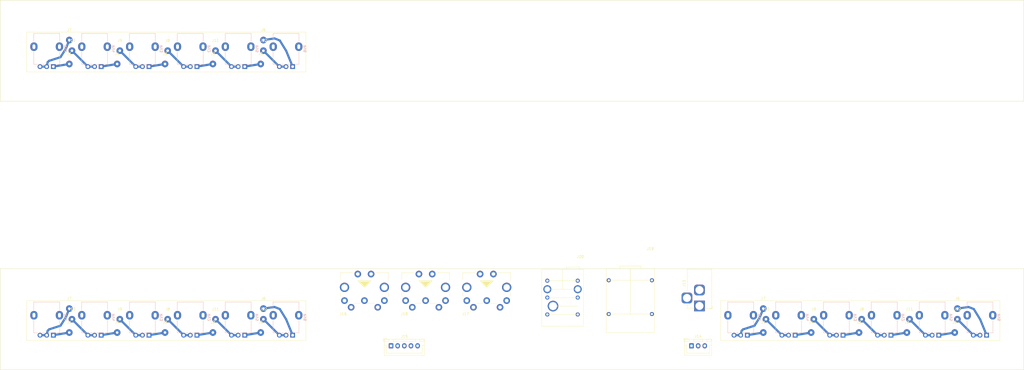
<source format=kicad_pcb>
(kicad_pcb (version 20171130) (host pcbnew "(5.1.2-1)-1")

  (general
    (thickness 1.6)
    (drawings 28)
    (tracks 75)
    (zones 0)
    (modules 62)
    (nets 28)
  )

  (page A4)
  (layers
    (0 F.Cu signal)
    (31 B.Cu signal)
    (32 B.Adhes user)
    (33 F.Adhes user)
    (34 B.Paste user)
    (35 F.Paste user)
    (36 B.SilkS user)
    (37 F.SilkS user)
    (38 B.Mask user)
    (39 F.Mask user)
    (40 Dwgs.User user)
    (41 Cmts.User user)
    (42 Eco1.User user)
    (43 Eco2.User user)
    (44 Edge.Cuts user)
    (45 Margin user)
    (46 B.CrtYd user)
    (47 F.CrtYd user)
    (48 B.Fab user)
    (49 F.Fab user)
  )

  (setup
    (last_trace_width 0.25)
    (user_trace_width 0.4064)
    (user_trace_width 0.8128)
    (trace_clearance 0.2)
    (zone_clearance 0.508)
    (zone_45_only no)
    (trace_min 0.2)
    (via_size 0.8)
    (via_drill 0.4)
    (via_min_size 0.4)
    (via_min_drill 0.3)
    (uvia_size 0.3)
    (uvia_drill 0.1)
    (uvias_allowed no)
    (uvia_min_size 0.2)
    (uvia_min_drill 0.1)
    (edge_width 0.05)
    (segment_width 0.2)
    (pcb_text_width 0.3)
    (pcb_text_size 1.5 1.5)
    (mod_edge_width 0.12)
    (mod_text_size 1 1)
    (mod_text_width 0.15)
    (pad_size 1.524 1.524)
    (pad_drill 0.762)
    (pad_to_mask_clearance 0.051)
    (solder_mask_min_width 0.25)
    (aux_axis_origin 0 0)
    (visible_elements FFFFFF7F)
    (pcbplotparams
      (layerselection 0x010fc_ffffffff)
      (usegerberextensions false)
      (usegerberattributes false)
      (usegerberadvancedattributes false)
      (creategerberjobfile false)
      (excludeedgelayer true)
      (linewidth 0.100000)
      (plotframeref false)
      (viasonmask false)
      (mode 1)
      (useauxorigin false)
      (hpglpennumber 1)
      (hpglpenspeed 20)
      (hpglpendiameter 15.000000)
      (psnegative false)
      (psa4output false)
      (plotreference true)
      (plotvalue true)
      (plotinvisibletext false)
      (padsonsilk false)
      (subtractmaskfromsilk false)
      (outputformat 1)
      (mirror false)
      (drillshape 1)
      (scaleselection 1)
      (outputdirectory ""))
  )

  (net 0 "")
  (net 1 "Net-(J1-Pad1)")
  (net 2 "Net-(J2-Pad1)")
  (net 3 "Net-(J3-Pad1)")
  (net 4 "Net-(J4-Pad1)")
  (net 5 "Net-(J5-Pad1)")
  (net 6 "Net-(J6-Pad1)")
  (net 7 "Net-(J7-Pad1)")
  (net 8 "Net-(J8-Pad1)")
  (net 9 "Net-(J9-Pad1)")
  (net 10 "Net-(J10-Pad1)")
  (net 11 "Net-(J11-Pad1)")
  (net 12 "Net-(J12-Pad1)")
  (net 13 "Net-(J13-Pad2)")
  (net 14 "Net-(J13-Pad1)")
  (net 15 "Net-(J15-Pad5)")
  (net 16 "Net-(J15-Pad4)")
  (net 17 "Net-(J15-Pad3)")
  (net 18 "Net-(J15-Pad2)")
  (net 19 "Net-(J15-Pad1)")
  (net 20 "Net-(J16-Pad1)")
  (net 21 "Net-(J16-Pad3)")
  (net 22 Earth)
  (net 23 "Net-(J17-Pad4)")
  (net 24 "Net-(J17-Pad1)")
  (net 25 "Net-(J17-Pad3)")
  (net 26 "Net-(J18-Pad1)")
  (net 27 "Net-(J18-Pad3)")

  (net_class Default "This is the default net class."
    (clearance 0.2)
    (trace_width 0.25)
    (via_dia 0.8)
    (via_drill 0.4)
    (uvia_dia 0.3)
    (uvia_drill 0.1)
    (add_net Earth)
    (add_net "Net-(J1-Pad1)")
    (add_net "Net-(J10-Pad1)")
    (add_net "Net-(J11-Pad1)")
    (add_net "Net-(J12-Pad1)")
    (add_net "Net-(J13-Pad1)")
    (add_net "Net-(J13-Pad2)")
    (add_net "Net-(J15-Pad1)")
    (add_net "Net-(J15-Pad2)")
    (add_net "Net-(J15-Pad3)")
    (add_net "Net-(J15-Pad4)")
    (add_net "Net-(J15-Pad5)")
    (add_net "Net-(J16-Pad1)")
    (add_net "Net-(J16-Pad3)")
    (add_net "Net-(J17-Pad1)")
    (add_net "Net-(J17-Pad3)")
    (add_net "Net-(J17-Pad4)")
    (add_net "Net-(J18-Pad1)")
    (add_net "Net-(J18-Pad3)")
    (add_net "Net-(J2-Pad1)")
    (add_net "Net-(J3-Pad1)")
    (add_net "Net-(J4-Pad1)")
    (add_net "Net-(J5-Pad1)")
    (add_net "Net-(J6-Pad1)")
    (add_net "Net-(J7-Pad1)")
    (add_net "Net-(J8-Pad1)")
    (add_net "Net-(J9-Pad1)")
  )

  (module mason_parts:NRJ6HH-AU (layer F.Cu) (tedit 6345A619) (tstamp 63460812)
    (at 223.5 113.26)
    (path /6386DB18)
    (fp_text reference J20 (at 6.71 -4.76) (layer F.SilkS)
      (effects (font (size 1 1) (thickness 0.15)))
    )
    (fp_text value MIX_HEADPHONE (at 6.71 -5.76) (layer F.Fab)
      (effects (font (size 1 1) (thickness 0.15)))
    )
    (fp_line (start 6.44 -0.92) (end 6.48 0.07) (layer F.SilkS) (width 0.12))
    (fp_line (start 1.41 -0.84) (end 6.44 -0.92) (layer F.SilkS) (width 0.12))
    (fp_line (start 1.41 0.07) (end 1.41 -0.84) (layer F.SilkS) (width 0.12))
    (fp_line (start -7.88 21.35) (end -7.86 0.02) (layer F.SilkS) (width 0.12))
    (fp_line (start 7.87 21.34) (end -7.88 21.35) (layer F.SilkS) (width 0.12))
    (fp_line (start 7.87 0.03) (end 7.87 21.34) (layer F.SilkS) (width 0.12))
    (fp_line (start -7.83 0.03) (end 7.87 0.03) (layer F.SilkS) (width 0.12))
    (fp_line (start 5.71 13.79) (end -3.59 13.79) (layer F.SilkS) (width 0.12))
    (fp_line (start 0 7.45) (end -5.715 7.45) (layer F.SilkS) (width 0.12))
    (fp_line (start 0 7.45) (end 5.715 7.45) (layer F.SilkS) (width 0.12))
    (fp_line (start 0 0) (end 0 7.45) (layer F.SilkS) (width 0.12))
    (fp_line (start 0 16.95) (end -5.715 16.95) (layer F.SilkS) (width 0.12))
    (fp_line (start 0 16.95) (end 5.715 16.95) (layer F.SilkS) (width 0.12))
    (fp_line (start 0 10.6) (end -5.715 10.6) (layer F.SilkS) (width 0.12))
    (fp_line (start 0 10.6) (end 5.715 10.6) (layer F.SilkS) (width 0.12))
    (fp_line (start 0 4.25) (end -5.715 4.25) (layer F.SilkS) (width 0.12))
    (fp_line (start 0 4.25) (end 5.715 4.25) (layer F.SilkS) (width 0.12))
    (fp_line (start 7.875 21.36) (end 0 21.36) (layer F.CrtYd) (width 0.12))
    (fp_line (start 0 21.36) (end -7.875 21.36) (layer F.CrtYd) (width 0.12))
    (fp_line (start -7.875 0) (end -7.875 21.36) (layer F.CrtYd) (width 0.12))
    (fp_line (start 7.875 0) (end 7.875 21.36) (layer F.CrtYd) (width 0.12))
    (fp_line (start 0 0) (end -7.875 0) (layer F.CrtYd) (width 0.12))
    (fp_line (start 0 0) (end 7.875 0) (layer F.CrtYd) (width 0.12))
    (pad 9 thru_hole circle (at -3.58 13.79) (size 4 4) (drill 3) (layers *.Cu *.Mask))
    (pad 8 thru_hole circle (at 5.72 7.45) (size 3 3) (drill 2) (layers *.Cu *.Mask))
    (pad 7 thru_hole circle (at -5.72 7.45) (size 3 3) (drill 2) (layers *.Cu *.Mask))
    (pad 6 thru_hole circle (at 5.72 16.95) (size 1.524 1.524) (drill 0.762) (layers *.Cu *.Mask))
    (pad 5 thru_hole circle (at -5.72 16.95) (size 1.524 1.524) (drill 0.762) (layers *.Cu *.Mask))
    (pad 4 thru_hole circle (at 5.72 10.6) (size 1.524 1.524) (drill 0.762) (layers *.Cu *.Mask))
    (pad 3 thru_hole circle (at -5.71 10.6) (size 1.524 1.524) (drill 0.762) (layers *.Cu *.Mask))
    (pad 2 thru_hole circle (at 5.72 4.25) (size 1.524 1.524) (drill 0.762) (layers *.Cu *.Mask))
    (pad 1 thru_hole circle (at -5.72 4.25) (size 1.524 1.524) (drill 0.762) (layers *.Cu *.Mask))
  )

  (module mason_parts:NMJ4HFD2 (layer F.Cu) (tedit 6345A09C) (tstamp 635693BD)
    (at 249 113)
    (descr "Mono switched 1/4\" Neutrik jack")
    (path /638680FA)
    (fp_text reference J19 (at 7.5 -7.5) (layer F.SilkS)
      (effects (font (size 1 1) (thickness 0.15)))
    )
    (fp_text value MIX_LINE (at 8 -5) (layer F.Fab)
      (effects (font (size 1 1) (thickness 0.15)))
    )
    (fp_line (start 4 -1) (end 4 0) (layer F.SilkS) (width 0.12))
    (fp_line (start -4 -1) (end 4 -1) (layer F.SilkS) (width 0.12))
    (fp_line (start -4 0) (end -4 -1) (layer F.SilkS) (width 0.12))
    (fp_line (start 0 17.05) (end -8.115 17.05) (layer F.SilkS) (width 0.12))
    (fp_line (start 0 17.05) (end 8.115 17.05) (layer F.SilkS) (width 0.12))
    (fp_line (start 0 0) (end 0 17.05) (layer F.SilkS) (width 0.12))
    (fp_line (start 0 4.35) (end -8.115 4.35) (layer F.SilkS) (width 0.12))
    (fp_line (start 0 4.35) (end 8.115 4.35) (layer F.SilkS) (width 0.12))
    (fp_line (start 0 0) (end 0 4.35) (layer F.SilkS) (width 0.12))
    (fp_line (start -9.1 0) (end -9.1 24) (layer F.CrtYd) (width 0.12))
    (fp_line (start 9.1 0) (end 9.1 24) (layer F.CrtYd) (width 0.12))
    (fp_line (start 0 24) (end -9.1 24) (layer F.CrtYd) (width 0.12))
    (fp_line (start 0 24) (end 9.1 24) (layer F.CrtYd) (width 0.12))
    (fp_line (start 0 0) (end -9.1 0) (layer F.CrtYd) (width 0.12))
    (fp_line (start 0 0) (end 9.1 0) (layer F.CrtYd) (width 0.12))
    (fp_line (start 9.1 24) (end 0 24) (layer F.SilkS) (width 0.12))
    (fp_line (start 0 24) (end -9.1 24) (layer F.SilkS) (width 0.12))
    (fp_line (start -9.1 0) (end -9.1 24) (layer F.SilkS) (width 0.12))
    (fp_line (start 9.1 0) (end 9.1 24) (layer F.SilkS) (width 0.12))
    (fp_line (start 0 0) (end -9.1 0) (layer F.SilkS) (width 0.12))
    (fp_line (start 0 0) (end 9.1 0) (layer F.SilkS) (width 0.12))
    (pad 1 thru_hole circle (at 8.12 4.35) (size 1.524 1.524) (drill 0.762) (layers *.Cu *.Mask))
    (pad 3 thru_hole circle (at 8.12 17.05) (size 1.524 1.524) (drill 0.762) (layers *.Cu *.Mask))
    (pad 4 thru_hole circle (at -8.12 17.05) (size 1.524 1.524) (drill 0.762) (layers *.Cu *.Mask))
    (pad 2 thru_hole circle (at -8.12 4.35) (size 1.524 1.524) (drill 0.762) (layers *.Cu *.Mask))
  )

  (module mason_parts:BarrelJack_Horizontal (layer F.Cu) (tedit 63459A97) (tstamp 63565B5D)
    (at 275 127 270)
    (descr "DC Barrel Jack")
    (tags "Power Jack")
    (path /6376C607)
    (fp_text reference J13 (at -8.45 5.75 90) (layer F.SilkS)
      (effects (font (size 1 1) (thickness 0.15)))
    )
    (fp_text value Barrel_Jack (at -6.2 -5.5 90) (layer F.Fab)
      (effects (font (size 1 1) (thickness 0.15)))
    )
    (fp_line (start 0 -4.5) (end -13.7 -4.5) (layer F.Fab) (width 0.1))
    (fp_line (start 0.8 4.5) (end 0.8 -3.75) (layer F.Fab) (width 0.1))
    (fp_line (start -13.7 4.5) (end 0.8 4.5) (layer F.Fab) (width 0.1))
    (fp_line (start -13.7 -4.5) (end -13.7 4.5) (layer F.Fab) (width 0.1))
    (fp_line (start -10.2 -4.5) (end -10.2 4.5) (layer F.Fab) (width 0.1))
    (fp_line (start 0.9 -4.6) (end 0.9 -2) (layer F.SilkS) (width 0.12))
    (fp_line (start -13.8 -4.6) (end 0.9 -4.6) (layer F.SilkS) (width 0.12))
    (fp_line (start 0.9 4.6) (end -1 4.6) (layer F.SilkS) (width 0.12))
    (fp_line (start 0.9 1.9) (end 0.9 4.6) (layer F.SilkS) (width 0.12))
    (fp_line (start -13.8 4.6) (end -13.8 -4.6) (layer F.SilkS) (width 0.12))
    (fp_line (start -5 4.6) (end -13.8 4.6) (layer F.SilkS) (width 0.12))
    (fp_line (start -14 4.75) (end -14 -4.75) (layer F.CrtYd) (width 0.05))
    (fp_line (start -5 4.75) (end -14 4.75) (layer F.CrtYd) (width 0.05))
    (fp_line (start -5 6.75) (end -5 4.75) (layer F.CrtYd) (width 0.05))
    (fp_line (start -1 6.75) (end -5 6.75) (layer F.CrtYd) (width 0.05))
    (fp_line (start -1 4.75) (end -1 6.75) (layer F.CrtYd) (width 0.05))
    (fp_line (start 1 4.75) (end -1 4.75) (layer F.CrtYd) (width 0.05))
    (fp_line (start 1 2) (end 1 4.75) (layer F.CrtYd) (width 0.05))
    (fp_line (start 2 2) (end 1 2) (layer F.CrtYd) (width 0.05))
    (fp_line (start 2 -2) (end 2 2) (layer F.CrtYd) (width 0.05))
    (fp_line (start 1 -2) (end 2 -2) (layer F.CrtYd) (width 0.05))
    (fp_line (start 1 -4.5) (end 1 -2) (layer F.CrtYd) (width 0.05))
    (fp_line (start 1 -4.75) (end -14 -4.75) (layer F.CrtYd) (width 0.05))
    (fp_line (start 1 -4.5) (end 1 -4.75) (layer F.CrtYd) (width 0.05))
    (fp_line (start 0.05 -4.8) (end 1.1 -4.8) (layer F.SilkS) (width 0.12))
    (fp_line (start 1.1 -3.75) (end 1.1 -4.8) (layer F.SilkS) (width 0.12))
    (fp_line (start -0.003213 -4.505425) (end 0.8 -3.75) (layer F.Fab) (width 0.1))
    (fp_text user %R (at -3 -2.95 90) (layer F.Fab)
      (effects (font (size 1 1) (thickness 0.15)))
    )
    (pad 3 thru_hole roundrect (at -3 4.7 270) (size 4 4) (drill oval 3) (layers *.Cu *.Mask) (roundrect_rratio 0.25))
    (pad 2 thru_hole roundrect (at -6 0 270) (size 4 4) (drill oval 3) (layers *.Cu *.Mask) (roundrect_rratio 0.25)
      (net 13 "Net-(J13-Pad2)"))
    (pad 1 thru_hole rect (at 0 0 270) (size 4 4) (drill oval 3) (layers *.Cu *.Mask)
      (net 14 "Net-(J13-Pad1)"))
    (model ${KISYS3DMOD}/Connector_BarrelJack.3dshapes/BarrelJack_Horizontal.wrl
      (at (xyz 0 0 0))
      (scale (xyz 1 1 1))
      (rotate (xyz 0 0 0))
    )
  )

  (module mason_parts:DIN5_MIDI (layer F.Cu) (tedit 5E9FED74) (tstamp 63565C07)
    (at 172 125 270)
    (path /6377B0C5)
    (fp_text reference J18 (at 5 8) (layer F.SilkS)
      (effects (font (size 1 1) (thickness 0.15)))
    )
    (fp_text value MIDI_THRU (at -4 -4 90) (layer F.Fab)
      (effects (font (size 1 1) (thickness 0.15)))
    )
    (fp_line (start -10.5 -9) (end -10.5 -4.5) (layer F.SilkS) (width 0.12))
    (fp_line (start -10 -9) (end -10.5 -9) (layer F.SilkS) (width 0.12))
    (fp_line (start -10.5 9) (end -10.5 4.5) (layer F.SilkS) (width 0.12))
    (fp_line (start -3 9) (end -1.5 9) (layer F.SilkS) (width 0.12))
    (fp_line (start -3 -9) (end -1.5 -9) (layer F.SilkS) (width 0.12))
    (fp_line (start -10 -9) (end -7.5 -9) (layer F.SilkS) (width 0.12))
    (fp_line (start -10.5 9) (end -8 9) (layer F.SilkS) (width 0.12))
    (fp_line (start 1 1.5) (end 1 4) (layer F.SilkS) (width 0.12))
    (fp_line (start 1 -4) (end 1 -1.5) (layer F.SilkS) (width 0.12))
    (fp_poly (pts (xy -5 0) (xy -7.5 2.5) (xy -7.5 -2.5)) (layer F.SilkS) (width 0.1))
    (fp_line (start 4.5 -10) (end -11.8 -10) (layer F.CrtYd) (width 0.12))
    (fp_line (start 4.5 10) (end 4.5 -10) (layer F.CrtYd) (width 0.12))
    (fp_line (start -11.8 10) (end 4.5 10) (layer F.CrtYd) (width 0.12))
    (fp_line (start -11.8 0) (end -11.8 10) (layer F.CrtYd) (width 0.12))
    (fp_line (start -11.8 0) (end -11.8 -10) (layer F.CrtYd) (width 0.12))
    (pad G thru_hole circle (at -10 2.5 270) (size 2.5 2.5) (drill 1.35) (layers *.Cu *.Mask))
    (pad G thru_hole circle (at -10 -2.5 270) (size 2.5 2.5) (drill 1.35) (layers *.Cu *.Mask))
    (pad "" thru_hole circle (at -5 7.5 270) (size 3.5 3.5) (drill 2.4) (layers *.Cu *.Mask))
    (pad "" thru_hole circle (at -5 -7.5 270) (size 3.5 3.5) (drill 2.4) (layers *.Cu *.Mask))
    (pad 4 thru_hole circle (at 2.5 5 270) (size 2.5 2.5) (drill 1.35) (layers *.Cu *.Mask)
      (net 16 "Net-(J15-Pad4)"))
    (pad 5 thru_hole circle (at 2.5 -5 270) (size 2.5 2.5) (drill 1.35) (layers *.Cu *.Mask)
      (net 15 "Net-(J15-Pad5)"))
    (pad 1 thru_hole circle (at 0 7.5 270) (size 2.5 2.5) (drill 1.35) (layers *.Cu *.Mask)
      (net 26 "Net-(J18-Pad1)"))
    (pad 3 thru_hole circle (at 0 -7.5 270) (size 2.5 2.5) (drill 1.35) (layers *.Cu *.Mask)
      (net 27 "Net-(J18-Pad3)"))
    (pad 2 thru_hole circle (at 0 0 270) (size 2.5 2.5) (drill 1.35) (layers *.Cu *.Mask)
      (net 22 Earth))
  )

  (module mason_parts:DIN5_MIDI (layer F.Cu) (tedit 5E9FED74) (tstamp 63565BEB)
    (at 195 125 270)
    (path /63779ED5)
    (fp_text reference J17 (at 5 8) (layer F.SilkS)
      (effects (font (size 1 1) (thickness 0.15)))
    )
    (fp_text value MIDI_OUT (at -4 -4 90) (layer F.Fab)
      (effects (font (size 1 1) (thickness 0.15)))
    )
    (fp_line (start -10.5 -9) (end -10.5 -4.5) (layer F.SilkS) (width 0.12))
    (fp_line (start -10 -9) (end -10.5 -9) (layer F.SilkS) (width 0.12))
    (fp_line (start -10.5 9) (end -10.5 4.5) (layer F.SilkS) (width 0.12))
    (fp_line (start -3 9) (end -1.5 9) (layer F.SilkS) (width 0.12))
    (fp_line (start -3 -9) (end -1.5 -9) (layer F.SilkS) (width 0.12))
    (fp_line (start -10 -9) (end -7.5 -9) (layer F.SilkS) (width 0.12))
    (fp_line (start -10.5 9) (end -8 9) (layer F.SilkS) (width 0.12))
    (fp_line (start 1 1.5) (end 1 4) (layer F.SilkS) (width 0.12))
    (fp_line (start 1 -4) (end 1 -1.5) (layer F.SilkS) (width 0.12))
    (fp_poly (pts (xy -5 0) (xy -7.5 2.5) (xy -7.5 -2.5)) (layer F.SilkS) (width 0.1))
    (fp_line (start 4.5 -10) (end -11.8 -10) (layer F.CrtYd) (width 0.12))
    (fp_line (start 4.5 10) (end 4.5 -10) (layer F.CrtYd) (width 0.12))
    (fp_line (start -11.8 10) (end 4.5 10) (layer F.CrtYd) (width 0.12))
    (fp_line (start -11.8 0) (end -11.8 10) (layer F.CrtYd) (width 0.12))
    (fp_line (start -11.8 0) (end -11.8 -10) (layer F.CrtYd) (width 0.12))
    (pad G thru_hole circle (at -10 2.5 270) (size 2.5 2.5) (drill 1.35) (layers *.Cu *.Mask))
    (pad G thru_hole circle (at -10 -2.5 270) (size 2.5 2.5) (drill 1.35) (layers *.Cu *.Mask))
    (pad "" thru_hole circle (at -5 7.5 270) (size 3.5 3.5) (drill 2.4) (layers *.Cu *.Mask))
    (pad "" thru_hole circle (at -5 -7.5 270) (size 3.5 3.5) (drill 2.4) (layers *.Cu *.Mask))
    (pad 4 thru_hole circle (at 2.5 5 270) (size 2.5 2.5) (drill 1.35) (layers *.Cu *.Mask)
      (net 23 "Net-(J17-Pad4)"))
    (pad 5 thru_hole circle (at 2.5 -5 270) (size 2.5 2.5) (drill 1.35) (layers *.Cu *.Mask)
      (net 17 "Net-(J15-Pad3)"))
    (pad 1 thru_hole circle (at 0 7.5 270) (size 2.5 2.5) (drill 1.35) (layers *.Cu *.Mask)
      (net 24 "Net-(J17-Pad1)"))
    (pad 3 thru_hole circle (at 0 -7.5 270) (size 2.5 2.5) (drill 1.35) (layers *.Cu *.Mask)
      (net 25 "Net-(J17-Pad3)"))
    (pad 2 thru_hole circle (at 0 0 270) (size 2.5 2.5) (drill 1.35) (layers *.Cu *.Mask)
      (net 22 Earth))
  )

  (module mason_parts:DIN5_MIDI (layer F.Cu) (tedit 5E9FED74) (tstamp 63566217)
    (at 149 125 270)
    (path /63778119)
    (fp_text reference J16 (at 5 8) (layer F.SilkS)
      (effects (font (size 1 1) (thickness 0.15)))
    )
    (fp_text value MIDI_IN (at -4 -4 90) (layer F.Fab)
      (effects (font (size 1 1) (thickness 0.15)))
    )
    (fp_line (start -10.5 -9) (end -10.5 -4.5) (layer F.SilkS) (width 0.12))
    (fp_line (start -10 -9) (end -10.5 -9) (layer F.SilkS) (width 0.12))
    (fp_line (start -10.5 9) (end -10.5 4.5) (layer F.SilkS) (width 0.12))
    (fp_line (start -3 9) (end -1.5 9) (layer F.SilkS) (width 0.12))
    (fp_line (start -3 -9) (end -1.5 -9) (layer F.SilkS) (width 0.12))
    (fp_line (start -10 -9) (end -7.5 -9) (layer F.SilkS) (width 0.12))
    (fp_line (start -10.5 9) (end -8 9) (layer F.SilkS) (width 0.12))
    (fp_line (start 1 1.5) (end 1 4) (layer F.SilkS) (width 0.12))
    (fp_line (start 1 -4) (end 1 -1.5) (layer F.SilkS) (width 0.12))
    (fp_poly (pts (xy -5 0) (xy -7.5 2.5) (xy -7.5 -2.5)) (layer F.SilkS) (width 0.1))
    (fp_line (start 4.5 -10) (end -11.8 -10) (layer F.CrtYd) (width 0.12))
    (fp_line (start 4.5 10) (end 4.5 -10) (layer F.CrtYd) (width 0.12))
    (fp_line (start -11.8 10) (end 4.5 10) (layer F.CrtYd) (width 0.12))
    (fp_line (start -11.8 0) (end -11.8 10) (layer F.CrtYd) (width 0.12))
    (fp_line (start -11.8 0) (end -11.8 -10) (layer F.CrtYd) (width 0.12))
    (pad G thru_hole circle (at -10 2.5 270) (size 2.5 2.5) (drill 1.35) (layers *.Cu *.Mask))
    (pad G thru_hole circle (at -10 -2.5 270) (size 2.5 2.5) (drill 1.35) (layers *.Cu *.Mask))
    (pad "" thru_hole circle (at -5 7.5 270) (size 3.5 3.5) (drill 2.4) (layers *.Cu *.Mask))
    (pad "" thru_hole circle (at -5 -7.5 270) (size 3.5 3.5) (drill 2.4) (layers *.Cu *.Mask))
    (pad 4 thru_hole circle (at 2.5 5 270) (size 2.5 2.5) (drill 1.35) (layers *.Cu *.Mask)
      (net 18 "Net-(J15-Pad2)"))
    (pad 5 thru_hole circle (at 2.5 -5 270) (size 2.5 2.5) (drill 1.35) (layers *.Cu *.Mask)
      (net 19 "Net-(J15-Pad1)"))
    (pad 1 thru_hole circle (at 0 7.5 270) (size 2.5 2.5) (drill 1.35) (layers *.Cu *.Mask)
      (net 20 "Net-(J16-Pad1)"))
    (pad 3 thru_hole circle (at 0 -7.5 270) (size 2.5 2.5) (drill 1.35) (layers *.Cu *.Mask)
      (net 21 "Net-(J16-Pad3)"))
    (pad 2 thru_hole circle (at 0 0 270) (size 2.5 2.5) (drill 1.35) (layers *.Cu *.Mask)
      (net 22 Earth))
  )

  (module Connector_JST:JST_XH_B5B-XH-A_1x05_P2.50mm_Vertical (layer F.Cu) (tedit 5C28146C) (tstamp 63565BB3)
    (at 159 142)
    (descr "JST XH series connector, B5B-XH-A (http://www.jst-mfg.com/product/pdf/eng/eXH.pdf), generated with kicad-footprint-generator")
    (tags "connector JST XH vertical")
    (path /637C2463)
    (fp_text reference J15 (at 5 -3.55) (layer F.SilkS)
      (effects (font (size 1 1) (thickness 0.15)))
    )
    (fp_text value MIDI_CONN (at 5 4.6) (layer F.Fab)
      (effects (font (size 1 1) (thickness 0.15)))
    )
    (fp_text user %R (at 5 2.7) (layer F.Fab)
      (effects (font (size 1 1) (thickness 0.15)))
    )
    (fp_line (start -2.85 -2.75) (end -2.85 -1.5) (layer F.SilkS) (width 0.12))
    (fp_line (start -1.6 -2.75) (end -2.85 -2.75) (layer F.SilkS) (width 0.12))
    (fp_line (start 11.8 2.75) (end 5 2.75) (layer F.SilkS) (width 0.12))
    (fp_line (start 11.8 -0.2) (end 11.8 2.75) (layer F.SilkS) (width 0.12))
    (fp_line (start 12.55 -0.2) (end 11.8 -0.2) (layer F.SilkS) (width 0.12))
    (fp_line (start -1.8 2.75) (end 5 2.75) (layer F.SilkS) (width 0.12))
    (fp_line (start -1.8 -0.2) (end -1.8 2.75) (layer F.SilkS) (width 0.12))
    (fp_line (start -2.55 -0.2) (end -1.8 -0.2) (layer F.SilkS) (width 0.12))
    (fp_line (start 12.55 -2.45) (end 10.75 -2.45) (layer F.SilkS) (width 0.12))
    (fp_line (start 12.55 -1.7) (end 12.55 -2.45) (layer F.SilkS) (width 0.12))
    (fp_line (start 10.75 -1.7) (end 12.55 -1.7) (layer F.SilkS) (width 0.12))
    (fp_line (start 10.75 -2.45) (end 10.75 -1.7) (layer F.SilkS) (width 0.12))
    (fp_line (start -0.75 -2.45) (end -2.55 -2.45) (layer F.SilkS) (width 0.12))
    (fp_line (start -0.75 -1.7) (end -0.75 -2.45) (layer F.SilkS) (width 0.12))
    (fp_line (start -2.55 -1.7) (end -0.75 -1.7) (layer F.SilkS) (width 0.12))
    (fp_line (start -2.55 -2.45) (end -2.55 -1.7) (layer F.SilkS) (width 0.12))
    (fp_line (start 9.25 -2.45) (end 0.75 -2.45) (layer F.SilkS) (width 0.12))
    (fp_line (start 9.25 -1.7) (end 9.25 -2.45) (layer F.SilkS) (width 0.12))
    (fp_line (start 0.75 -1.7) (end 9.25 -1.7) (layer F.SilkS) (width 0.12))
    (fp_line (start 0.75 -2.45) (end 0.75 -1.7) (layer F.SilkS) (width 0.12))
    (fp_line (start 0 -1.35) (end 0.625 -2.35) (layer F.Fab) (width 0.1))
    (fp_line (start -0.625 -2.35) (end 0 -1.35) (layer F.Fab) (width 0.1))
    (fp_line (start 12.95 -2.85) (end -2.95 -2.85) (layer F.CrtYd) (width 0.05))
    (fp_line (start 12.95 3.9) (end 12.95 -2.85) (layer F.CrtYd) (width 0.05))
    (fp_line (start -2.95 3.9) (end 12.95 3.9) (layer F.CrtYd) (width 0.05))
    (fp_line (start -2.95 -2.85) (end -2.95 3.9) (layer F.CrtYd) (width 0.05))
    (fp_line (start 12.56 -2.46) (end -2.56 -2.46) (layer F.SilkS) (width 0.12))
    (fp_line (start 12.56 3.51) (end 12.56 -2.46) (layer F.SilkS) (width 0.12))
    (fp_line (start -2.56 3.51) (end 12.56 3.51) (layer F.SilkS) (width 0.12))
    (fp_line (start -2.56 -2.46) (end -2.56 3.51) (layer F.SilkS) (width 0.12))
    (fp_line (start 12.45 -2.35) (end -2.45 -2.35) (layer F.Fab) (width 0.1))
    (fp_line (start 12.45 3.4) (end 12.45 -2.35) (layer F.Fab) (width 0.1))
    (fp_line (start -2.45 3.4) (end 12.45 3.4) (layer F.Fab) (width 0.1))
    (fp_line (start -2.45 -2.35) (end -2.45 3.4) (layer F.Fab) (width 0.1))
    (pad 5 thru_hole oval (at 10 0) (size 1.7 1.95) (drill 0.95) (layers *.Cu *.Mask)
      (net 15 "Net-(J15-Pad5)"))
    (pad 4 thru_hole oval (at 7.5 0) (size 1.7 1.95) (drill 0.95) (layers *.Cu *.Mask)
      (net 16 "Net-(J15-Pad4)"))
    (pad 3 thru_hole oval (at 5 0) (size 1.7 1.95) (drill 0.95) (layers *.Cu *.Mask)
      (net 17 "Net-(J15-Pad3)"))
    (pad 2 thru_hole oval (at 2.5 0) (size 1.7 1.95) (drill 0.95) (layers *.Cu *.Mask)
      (net 18 "Net-(J15-Pad2)"))
    (pad 1 thru_hole roundrect (at 0 0) (size 1.7 1.95) (drill 0.95) (layers *.Cu *.Mask) (roundrect_rratio 0.147059)
      (net 19 "Net-(J15-Pad1)"))
    (model ${KISYS3DMOD}/Connector_JST.3dshapes/JST_XH_B5B-XH-A_1x05_P2.50mm_Vertical.wrl
      (at (xyz 0 0 0))
      (scale (xyz 1 1 1))
      (rotate (xyz 0 0 0))
    )
  )

  (module Connector_JST:JST_XH_B3B-XH-A_1x03_P2.50mm_Vertical (layer F.Cu) (tedit 5C28146C) (tstamp 63565B87)
    (at 272 142)
    (descr "JST XH series connector, B3B-XH-A (http://www.jst-mfg.com/product/pdf/eng/eXH.pdf), generated with kicad-footprint-generator")
    (tags "connector JST XH vertical")
    (path /63856CB5)
    (fp_text reference J14 (at 2.5 -3.55) (layer F.SilkS)
      (effects (font (size 1 1) (thickness 0.15)))
    )
    (fp_text value PWR_IN_CONN (at 2.5 4.6) (layer F.Fab)
      (effects (font (size 1 1) (thickness 0.15)))
    )
    (fp_text user %R (at 2.5 2.7) (layer F.Fab)
      (effects (font (size 1 1) (thickness 0.15)))
    )
    (fp_line (start -2.85 -2.75) (end -2.85 -1.5) (layer F.SilkS) (width 0.12))
    (fp_line (start -1.6 -2.75) (end -2.85 -2.75) (layer F.SilkS) (width 0.12))
    (fp_line (start 6.8 2.75) (end 2.5 2.75) (layer F.SilkS) (width 0.12))
    (fp_line (start 6.8 -0.2) (end 6.8 2.75) (layer F.SilkS) (width 0.12))
    (fp_line (start 7.55 -0.2) (end 6.8 -0.2) (layer F.SilkS) (width 0.12))
    (fp_line (start -1.8 2.75) (end 2.5 2.75) (layer F.SilkS) (width 0.12))
    (fp_line (start -1.8 -0.2) (end -1.8 2.75) (layer F.SilkS) (width 0.12))
    (fp_line (start -2.55 -0.2) (end -1.8 -0.2) (layer F.SilkS) (width 0.12))
    (fp_line (start 7.55 -2.45) (end 5.75 -2.45) (layer F.SilkS) (width 0.12))
    (fp_line (start 7.55 -1.7) (end 7.55 -2.45) (layer F.SilkS) (width 0.12))
    (fp_line (start 5.75 -1.7) (end 7.55 -1.7) (layer F.SilkS) (width 0.12))
    (fp_line (start 5.75 -2.45) (end 5.75 -1.7) (layer F.SilkS) (width 0.12))
    (fp_line (start -0.75 -2.45) (end -2.55 -2.45) (layer F.SilkS) (width 0.12))
    (fp_line (start -0.75 -1.7) (end -0.75 -2.45) (layer F.SilkS) (width 0.12))
    (fp_line (start -2.55 -1.7) (end -0.75 -1.7) (layer F.SilkS) (width 0.12))
    (fp_line (start -2.55 -2.45) (end -2.55 -1.7) (layer F.SilkS) (width 0.12))
    (fp_line (start 4.25 -2.45) (end 0.75 -2.45) (layer F.SilkS) (width 0.12))
    (fp_line (start 4.25 -1.7) (end 4.25 -2.45) (layer F.SilkS) (width 0.12))
    (fp_line (start 0.75 -1.7) (end 4.25 -1.7) (layer F.SilkS) (width 0.12))
    (fp_line (start 0.75 -2.45) (end 0.75 -1.7) (layer F.SilkS) (width 0.12))
    (fp_line (start 0 -1.35) (end 0.625 -2.35) (layer F.Fab) (width 0.1))
    (fp_line (start -0.625 -2.35) (end 0 -1.35) (layer F.Fab) (width 0.1))
    (fp_line (start 7.95 -2.85) (end -2.95 -2.85) (layer F.CrtYd) (width 0.05))
    (fp_line (start 7.95 3.9) (end 7.95 -2.85) (layer F.CrtYd) (width 0.05))
    (fp_line (start -2.95 3.9) (end 7.95 3.9) (layer F.CrtYd) (width 0.05))
    (fp_line (start -2.95 -2.85) (end -2.95 3.9) (layer F.CrtYd) (width 0.05))
    (fp_line (start 7.56 -2.46) (end -2.56 -2.46) (layer F.SilkS) (width 0.12))
    (fp_line (start 7.56 3.51) (end 7.56 -2.46) (layer F.SilkS) (width 0.12))
    (fp_line (start -2.56 3.51) (end 7.56 3.51) (layer F.SilkS) (width 0.12))
    (fp_line (start -2.56 -2.46) (end -2.56 3.51) (layer F.SilkS) (width 0.12))
    (fp_line (start 7.45 -2.35) (end -2.45 -2.35) (layer F.Fab) (width 0.1))
    (fp_line (start 7.45 3.4) (end 7.45 -2.35) (layer F.Fab) (width 0.1))
    (fp_line (start -2.45 3.4) (end 7.45 3.4) (layer F.Fab) (width 0.1))
    (fp_line (start -2.45 -2.35) (end -2.45 3.4) (layer F.Fab) (width 0.1))
    (pad 3 thru_hole oval (at 5 0) (size 1.7 1.95) (drill 0.95) (layers *.Cu *.Mask)
      (net 13 "Net-(J13-Pad2)"))
    (pad 2 thru_hole oval (at 2.5 0) (size 1.7 1.95) (drill 0.95) (layers *.Cu *.Mask)
      (net 13 "Net-(J13-Pad2)"))
    (pad 1 thru_hole roundrect (at 0 0) (size 1.7 1.95) (drill 0.95) (layers *.Cu *.Mask) (roundrect_rratio 0.147059)
      (net 14 "Net-(J13-Pad1)"))
    (model ${KISYS3DMOD}/Connector_JST.3dshapes/JST_XH_B3B-XH-A_1x03_P2.50mm_Vertical.wrl
      (at (xyz 0 0 0))
      (scale (xyz 1 1 1))
      (rotate (xyz 0 0 0))
    )
  )

  (module Connector_Wire:SolderWirePad_1x01_Drill1mm (layer F.Cu) (tedit 5AEE5EBE) (tstamp 635355FC)
    (at 353 137)
    (descr "Wire solder connection")
    (tags connector)
    (path /6374C561)
    (attr virtual)
    (fp_text reference J2 (at 0 -3.81) (layer F.SilkS)
      (effects (font (size 1 1) (thickness 0.15)))
    )
    (fp_text value CYNA2-1 (at 0 3.175) (layer F.Fab)
      (effects (font (size 1 1) (thickness 0.15)))
    )
    (fp_text user %R (at 0 0) (layer F.Fab)
      (effects (font (size 1 1) (thickness 0.15)))
    )
    (fp_line (start -1.75 -1.75) (end 1.75 -1.75) (layer F.CrtYd) (width 0.05))
    (fp_line (start -1.75 -1.75) (end -1.75 1.75) (layer F.CrtYd) (width 0.05))
    (fp_line (start 1.75 1.75) (end 1.75 -1.75) (layer F.CrtYd) (width 0.05))
    (fp_line (start 1.75 1.75) (end -1.75 1.75) (layer F.CrtYd) (width 0.05))
    (pad 1 thru_hole circle (at 0 0) (size 2.49936 2.49936) (drill 1.00076) (layers *.Cu *.Mask)
      (net 2 "Net-(J2-Pad1)"))
  )

  (module Connector_Wire:SolderWirePad_1x01_Drill1mm (layer F.Cu) (tedit 5AEE5EBE) (tstamp 635355F3)
    (at 371 137)
    (descr "Wire solder connection")
    (tags connector)
    (path /6374EA13)
    (attr virtual)
    (fp_text reference J5 (at 0 -3.81) (layer F.SilkS)
      (effects (font (size 1 1) (thickness 0.15)))
    )
    (fp_text value CYNA5-1 (at 0 3.175) (layer F.Fab)
      (effects (font (size 1 1) (thickness 0.15)))
    )
    (fp_text user %R (at 0 0) (layer F.Fab)
      (effects (font (size 1 1) (thickness 0.15)))
    )
    (fp_line (start -1.75 -1.75) (end 1.75 -1.75) (layer F.CrtYd) (width 0.05))
    (fp_line (start -1.75 -1.75) (end -1.75 1.75) (layer F.CrtYd) (width 0.05))
    (fp_line (start 1.75 1.75) (end 1.75 -1.75) (layer F.CrtYd) (width 0.05))
    (fp_line (start 1.75 1.75) (end -1.75 1.75) (layer F.CrtYd) (width 0.05))
    (pad 1 thru_hole circle (at 0 0) (size 2.49936 2.49936) (drill 1.00076) (layers *.Cu *.Mask)
      (net 5 "Net-(J5-Pad1)"))
  )

  (module Connector_Wire:SolderWirePad_1x01_Drill1mm (layer F.Cu) (tedit 5AEE5EBE) (tstamp 635355EA)
    (at 372 128)
    (descr "Wire solder connection")
    (tags connector)
    (path /6374F0B9)
    (attr virtual)
    (fp_text reference J6 (at 0 -3.81) (layer F.SilkS)
      (effects (font (size 1 1) (thickness 0.15)))
    )
    (fp_text value CYNA6-1 (at 0 3.175) (layer F.Fab)
      (effects (font (size 1 1) (thickness 0.15)))
    )
    (fp_text user %R (at 0 0) (layer F.Fab)
      (effects (font (size 1 1) (thickness 0.15)))
    )
    (fp_line (start -1.75 -1.75) (end 1.75 -1.75) (layer F.CrtYd) (width 0.05))
    (fp_line (start -1.75 -1.75) (end -1.75 1.75) (layer F.CrtYd) (width 0.05))
    (fp_line (start 1.75 1.75) (end 1.75 -1.75) (layer F.CrtYd) (width 0.05))
    (fp_line (start 1.75 1.75) (end -1.75 1.75) (layer F.CrtYd) (width 0.05))
    (pad 1 thru_hole circle (at 0 0) (size 2.49936 2.49936) (drill 1.00076) (layers *.Cu *.Mask)
      (net 6 "Net-(J6-Pad1)"))
  )

  (module mason_parts:masonsPotentiometer_Alpha_RD901F-40-00D_Single_Vertical (layer B.Cu) (tedit 63277E6B) (tstamp 635355CF)
    (at 311 138 90)
    (descr "Potentiometer, vertical, 9mm, single, http://www.taiwanalpha.com.tw/downloads?target=products&id=113")
    (tags "potentiometer vertical 9mm single")
    (path /6374E415)
    (fp_text reference RV4 (at 6.71 4.64 -90) (layer B.SilkS)
      (effects (font (size 1 1) (thickness 0.15)) (justify mirror))
    )
    (fp_text value 500k (at 0 -9.86 -90) (layer B.Fab)
      (effects (font (size 1 1) (thickness 0.15)) (justify mirror))
    )
    (fp_text user %R (at 7.62 -2.54 90) (layer B.Fab)
      (effects (font (size 1 1) (thickness 0.15)) (justify mirror))
    )
    (fp_line (start -1.15 -8.91) (end 12.6 -8.91) (layer B.CrtYd) (width 0.05))
    (fp_line (start -1.15 3.91) (end -1.15 -8.91) (layer B.CrtYd) (width 0.05))
    (fp_line (start 12.6 3.91) (end -1.15 3.91) (layer B.CrtYd) (width 0.05))
    (fp_line (start 12.6 -8.91) (end 12.6 3.91) (layer B.CrtYd) (width 0.05))
    (fp_line (start 12.47 -7.37) (end 12.47 2.37) (layer B.SilkS) (width 0.12))
    (fp_line (start 0.88 -7.37) (end 0.88 -5.88) (layer B.SilkS) (width 0.12))
    (fp_line (start 9.41 -7.37) (end 12.47 -7.37) (layer B.SilkS) (width 0.12))
    (fp_line (start 0.88 2.38) (end 5.6 2.38) (layer B.SilkS) (width 0.12))
    (fp_circle (center 7.5 -2.5) (end 11.25 -2.5) (layer B.Fab) (width 0.1))
    (fp_line (start 1 -7.25) (end 1 2.25) (layer B.Fab) (width 0.1))
    (fp_line (start 12.35 -7.25) (end 12.35 2.25) (layer B.Fab) (width 0.1))
    (fp_line (start 1 2.25) (end 12.35 2.25) (layer B.Fab) (width 0.1))
    (fp_line (start 1 -7.25) (end 12.35 -7.25) (layer B.Fab) (width 0.1))
    (fp_line (start 9.41 2.37) (end 12.47 2.37) (layer B.SilkS) (width 0.12))
    (fp_line (start 0.88 -7.37) (end 5.6 -7.37) (layer B.SilkS) (width 0.12))
    (fp_line (start 0.88 1.19) (end 0.88 2.37) (layer B.SilkS) (width 0.12))
    (fp_line (start 0.88 -1.71) (end 0.88 -1.18) (layer B.SilkS) (width 0.12))
    (fp_line (start 0.88 -4.16) (end 0.88 -3.33) (layer B.SilkS) (width 0.12))
    (pad 1 thru_hole rect (at 0 0) (size 1.8 1.8) (drill 1) (layers *.Cu *.Mask)
      (net 4 "Net-(J4-Pad1)"))
    (pad 2 thru_hole circle (at 0 -2.5) (size 1.8 1.8) (drill 1) (layers *.Cu *.Mask)
      (net 10 "Net-(J10-Pad1)"))
    (pad 3 thru_hole circle (at 0 -5) (size 1.8 1.8) (drill 1) (layers *.Cu *.Mask)
      (net 10 "Net-(J10-Pad1)"))
    (pad "" thru_hole oval (at 7.5 -7.3) (size 2.72 3.24) (drill oval 1.1 1.8) (layers *.Cu *.Mask))
    (pad "" thru_hole oval (at 7.5 2.3) (size 2.72 3.24) (drill oval 1.1 1.8) (layers *.Cu *.Mask))
    (model ${KISYS3DMOD}/Potentiometer_THT.3dshapes/Potentiometer_Alpha_RD901F-40-00D_Single_Vertical.wrl
      (at (xyz 0 0 0))
      (scale (xyz 1 1 1))
      (rotate (xyz 0 0 0))
    )
  )

  (module mason_parts:masonsPotentiometer_Alpha_RD901F-40-00D_Single_Vertical (layer B.Cu) (tedit 63277E6B) (tstamp 635355B4)
    (at 347 138 90)
    (descr "Potentiometer, vertical, 9mm, single, http://www.taiwanalpha.com.tw/downloads?target=products&id=113")
    (tags "potentiometer vertical 9mm single")
    (path /6374C559)
    (fp_text reference RV2 (at 6.71 4.64 -90) (layer B.SilkS)
      (effects (font (size 1 1) (thickness 0.15)) (justify mirror))
    )
    (fp_text value 500k (at 0 -9.86 -90) (layer B.Fab)
      (effects (font (size 1 1) (thickness 0.15)) (justify mirror))
    )
    (fp_text user %R (at 7.62 -2.54 90) (layer B.Fab)
      (effects (font (size 1 1) (thickness 0.15)) (justify mirror))
    )
    (fp_line (start -1.15 -8.91) (end 12.6 -8.91) (layer B.CrtYd) (width 0.05))
    (fp_line (start -1.15 3.91) (end -1.15 -8.91) (layer B.CrtYd) (width 0.05))
    (fp_line (start 12.6 3.91) (end -1.15 3.91) (layer B.CrtYd) (width 0.05))
    (fp_line (start 12.6 -8.91) (end 12.6 3.91) (layer B.CrtYd) (width 0.05))
    (fp_line (start 12.47 -7.37) (end 12.47 2.37) (layer B.SilkS) (width 0.12))
    (fp_line (start 0.88 -7.37) (end 0.88 -5.88) (layer B.SilkS) (width 0.12))
    (fp_line (start 9.41 -7.37) (end 12.47 -7.37) (layer B.SilkS) (width 0.12))
    (fp_line (start 0.88 2.38) (end 5.6 2.38) (layer B.SilkS) (width 0.12))
    (fp_circle (center 7.5 -2.5) (end 11.25 -2.5) (layer B.Fab) (width 0.1))
    (fp_line (start 1 -7.25) (end 1 2.25) (layer B.Fab) (width 0.1))
    (fp_line (start 12.35 -7.25) (end 12.35 2.25) (layer B.Fab) (width 0.1))
    (fp_line (start 1 2.25) (end 12.35 2.25) (layer B.Fab) (width 0.1))
    (fp_line (start 1 -7.25) (end 12.35 -7.25) (layer B.Fab) (width 0.1))
    (fp_line (start 9.41 2.37) (end 12.47 2.37) (layer B.SilkS) (width 0.12))
    (fp_line (start 0.88 -7.37) (end 5.6 -7.37) (layer B.SilkS) (width 0.12))
    (fp_line (start 0.88 1.19) (end 0.88 2.37) (layer B.SilkS) (width 0.12))
    (fp_line (start 0.88 -1.71) (end 0.88 -1.18) (layer B.SilkS) (width 0.12))
    (fp_line (start 0.88 -4.16) (end 0.88 -3.33) (layer B.SilkS) (width 0.12))
    (pad 1 thru_hole rect (at 0 0) (size 1.8 1.8) (drill 1) (layers *.Cu *.Mask)
      (net 2 "Net-(J2-Pad1)"))
    (pad 2 thru_hole circle (at 0 -2.5) (size 1.8 1.8) (drill 1) (layers *.Cu *.Mask)
      (net 8 "Net-(J8-Pad1)"))
    (pad 3 thru_hole circle (at 0 -5) (size 1.8 1.8) (drill 1) (layers *.Cu *.Mask)
      (net 8 "Net-(J8-Pad1)"))
    (pad "" thru_hole oval (at 7.5 -7.3) (size 2.72 3.24) (drill oval 1.1 1.8) (layers *.Cu *.Mask))
    (pad "" thru_hole oval (at 7.5 2.3) (size 2.72 3.24) (drill oval 1.1 1.8) (layers *.Cu *.Mask))
    (model ${KISYS3DMOD}/Potentiometer_THT.3dshapes/Potentiometer_Alpha_RD901F-40-00D_Single_Vertical.wrl
      (at (xyz 0 0 0))
      (scale (xyz 1 1 1))
      (rotate (xyz 0 0 0))
    )
  )

  (module Connector_Wire:SolderWirePad_1x01_Drill1mm (layer F.Cu) (tedit 5AEE5EBE) (tstamp 635355AA)
    (at 317 137)
    (descr "Wire solder connection")
    (tags connector)
    (path /6374E41D)
    (attr virtual)
    (fp_text reference J4 (at 0 -3.81) (layer F.SilkS)
      (effects (font (size 1 1) (thickness 0.15)))
    )
    (fp_text value CYNA4-1 (at 0 3.175) (layer F.Fab)
      (effects (font (size 1 1) (thickness 0.15)))
    )
    (fp_text user %R (at 0 0) (layer F.Fab)
      (effects (font (size 1 1) (thickness 0.15)))
    )
    (fp_line (start -1.75 -1.75) (end 1.75 -1.75) (layer F.CrtYd) (width 0.05))
    (fp_line (start -1.75 -1.75) (end -1.75 1.75) (layer F.CrtYd) (width 0.05))
    (fp_line (start 1.75 1.75) (end 1.75 -1.75) (layer F.CrtYd) (width 0.05))
    (fp_line (start 1.75 1.75) (end -1.75 1.75) (layer F.CrtYd) (width 0.05))
    (pad 1 thru_hole circle (at 0 0) (size 2.49936 2.49936) (drill 1.00076) (layers *.Cu *.Mask)
      (net 4 "Net-(J4-Pad1)"))
  )

  (module mason_parts:masonsPotentiometer_Alpha_RD901F-40-00D_Single_Vertical (layer B.Cu) (tedit 63277E6B) (tstamp 6353558F)
    (at 329 138 90)
    (descr "Potentiometer, vertical, 9mm, single, http://www.taiwanalpha.com.tw/downloads?target=products&id=113")
    (tags "potentiometer vertical 9mm single")
    (path /6374D679)
    (fp_text reference RV3 (at 6.71 4.64 -90) (layer B.SilkS)
      (effects (font (size 1 1) (thickness 0.15)) (justify mirror))
    )
    (fp_text value 500k (at 0 -9.86 -90) (layer B.Fab)
      (effects (font (size 1 1) (thickness 0.15)) (justify mirror))
    )
    (fp_line (start 0.88 -4.16) (end 0.88 -3.33) (layer B.SilkS) (width 0.12))
    (fp_line (start 0.88 -1.71) (end 0.88 -1.18) (layer B.SilkS) (width 0.12))
    (fp_line (start 0.88 1.19) (end 0.88 2.37) (layer B.SilkS) (width 0.12))
    (fp_line (start 0.88 -7.37) (end 5.6 -7.37) (layer B.SilkS) (width 0.12))
    (fp_line (start 9.41 2.37) (end 12.47 2.37) (layer B.SilkS) (width 0.12))
    (fp_line (start 1 -7.25) (end 12.35 -7.25) (layer B.Fab) (width 0.1))
    (fp_line (start 1 2.25) (end 12.35 2.25) (layer B.Fab) (width 0.1))
    (fp_line (start 12.35 -7.25) (end 12.35 2.25) (layer B.Fab) (width 0.1))
    (fp_line (start 1 -7.25) (end 1 2.25) (layer B.Fab) (width 0.1))
    (fp_circle (center 7.5 -2.5) (end 11.25 -2.5) (layer B.Fab) (width 0.1))
    (fp_line (start 0.88 2.38) (end 5.6 2.38) (layer B.SilkS) (width 0.12))
    (fp_line (start 9.41 -7.37) (end 12.47 -7.37) (layer B.SilkS) (width 0.12))
    (fp_line (start 0.88 -7.37) (end 0.88 -5.88) (layer B.SilkS) (width 0.12))
    (fp_line (start 12.47 -7.37) (end 12.47 2.37) (layer B.SilkS) (width 0.12))
    (fp_line (start 12.6 -8.91) (end 12.6 3.91) (layer B.CrtYd) (width 0.05))
    (fp_line (start 12.6 3.91) (end -1.15 3.91) (layer B.CrtYd) (width 0.05))
    (fp_line (start -1.15 3.91) (end -1.15 -8.91) (layer B.CrtYd) (width 0.05))
    (fp_line (start -1.15 -8.91) (end 12.6 -8.91) (layer B.CrtYd) (width 0.05))
    (fp_text user %R (at 7.62 -2.54 90) (layer B.Fab)
      (effects (font (size 1 1) (thickness 0.15)) (justify mirror))
    )
    (pad "" thru_hole oval (at 7.5 2.3) (size 2.72 3.24) (drill oval 1.1 1.8) (layers *.Cu *.Mask))
    (pad "" thru_hole oval (at 7.5 -7.3) (size 2.72 3.24) (drill oval 1.1 1.8) (layers *.Cu *.Mask))
    (pad 3 thru_hole circle (at 0 -5) (size 1.8 1.8) (drill 1) (layers *.Cu *.Mask)
      (net 9 "Net-(J9-Pad1)"))
    (pad 2 thru_hole circle (at 0 -2.5) (size 1.8 1.8) (drill 1) (layers *.Cu *.Mask)
      (net 9 "Net-(J9-Pad1)"))
    (pad 1 thru_hole rect (at 0 0) (size 1.8 1.8) (drill 1) (layers *.Cu *.Mask)
      (net 3 "Net-(J3-Pad1)"))
    (model ${KISYS3DMOD}/Potentiometer_THT.3dshapes/Potentiometer_Alpha_RD901F-40-00D_Single_Vertical.wrl
      (at (xyz 0 0 0))
      (scale (xyz 1 1 1))
      (rotate (xyz 0 0 0))
    )
  )

  (module Connector_Wire:SolderWirePad_1x01_Drill1mm (layer F.Cu) (tedit 5AEE5EBE) (tstamp 63535586)
    (at 299 137)
    (descr "Wire solder connection")
    (tags connector)
    (path /637499C6)
    (attr virtual)
    (fp_text reference J1 (at 0 -3.81) (layer F.SilkS)
      (effects (font (size 1 1) (thickness 0.15)))
    )
    (fp_text value CYNA1-1 (at 0 3.175) (layer F.Fab)
      (effects (font (size 1 1) (thickness 0.15)))
    )
    (fp_text user %R (at 0 0) (layer F.Fab)
      (effects (font (size 1 1) (thickness 0.15)))
    )
    (fp_line (start -1.75 -1.75) (end 1.75 -1.75) (layer F.CrtYd) (width 0.05))
    (fp_line (start -1.75 -1.75) (end -1.75 1.75) (layer F.CrtYd) (width 0.05))
    (fp_line (start 1.75 1.75) (end 1.75 -1.75) (layer F.CrtYd) (width 0.05))
    (fp_line (start 1.75 1.75) (end -1.75 1.75) (layer F.CrtYd) (width 0.05))
    (pad 1 thru_hole circle (at 0 0) (size 2.49936 2.49936) (drill 1.00076) (layers *.Cu *.Mask)
      (net 1 "Net-(J1-Pad1)"))
  )

  (module Connector_Wire:SolderWirePad_1x01_Drill1mm (layer F.Cu) (tedit 5AEE5EBE) (tstamp 6353557C)
    (at 372 132)
    (descr "Wire solder connection")
    (tags connector)
    (path /6374F0BF)
    (attr virtual)
    (fp_text reference J12 (at 0 -3.81) (layer F.SilkS)
      (effects (font (size 1 1) (thickness 0.15)))
    )
    (fp_text value CYNA6-W3 (at 0 3.175) (layer F.Fab)
      (effects (font (size 1 1) (thickness 0.15)))
    )
    (fp_line (start 1.75 1.75) (end -1.75 1.75) (layer F.CrtYd) (width 0.05))
    (fp_line (start 1.75 1.75) (end 1.75 -1.75) (layer F.CrtYd) (width 0.05))
    (fp_line (start -1.75 -1.75) (end -1.75 1.75) (layer F.CrtYd) (width 0.05))
    (fp_line (start -1.75 -1.75) (end 1.75 -1.75) (layer F.CrtYd) (width 0.05))
    (fp_text user %R (at 0 0) (layer F.Fab)
      (effects (font (size 1 1) (thickness 0.15)))
    )
    (pad 1 thru_hole circle (at 0 0) (size 2.49936 2.49936) (drill 1.00076) (layers *.Cu *.Mask)
      (net 12 "Net-(J12-Pad1)"))
  )

  (module Connector_Wire:SolderWirePad_1x01_Drill1mm (layer F.Cu) (tedit 5AEE5EBE) (tstamp 63535573)
    (at 335 137)
    (descr "Wire solder connection")
    (tags connector)
    (path /6374D681)
    (attr virtual)
    (fp_text reference J3 (at 0 -3.81) (layer F.SilkS)
      (effects (font (size 1 1) (thickness 0.15)))
    )
    (fp_text value CYNA3-1 (at 0 3.175) (layer F.Fab)
      (effects (font (size 1 1) (thickness 0.15)))
    )
    (fp_text user %R (at 0 0) (layer F.Fab)
      (effects (font (size 1 1) (thickness 0.15)))
    )
    (fp_line (start -1.75 -1.75) (end 1.75 -1.75) (layer F.CrtYd) (width 0.05))
    (fp_line (start -1.75 -1.75) (end -1.75 1.75) (layer F.CrtYd) (width 0.05))
    (fp_line (start 1.75 1.75) (end 1.75 -1.75) (layer F.CrtYd) (width 0.05))
    (fp_line (start 1.75 1.75) (end -1.75 1.75) (layer F.CrtYd) (width 0.05))
    (pad 1 thru_hole circle (at 0 0) (size 2.49936 2.49936) (drill 1.00076) (layers *.Cu *.Mask)
      (net 3 "Net-(J3-Pad1)"))
  )

  (module mason_parts:masonsPotentiometer_Alpha_RD901F-40-00D_Single_Vertical (layer B.Cu) (tedit 63277E6B) (tstamp 63535558)
    (at 293 138 90)
    (descr "Potentiometer, vertical, 9mm, single, http://www.taiwanalpha.com.tw/downloads?target=products&id=113")
    (tags "potentiometer vertical 9mm single")
    (path /63748F84)
    (fp_text reference RV1 (at 6.71 4.64 90) (layer B.SilkS)
      (effects (font (size 1 1) (thickness 0.15)) (justify mirror))
    )
    (fp_text value 500k (at 0 -9.86 90) (layer B.Fab)
      (effects (font (size 1 1) (thickness 0.15)) (justify mirror))
    )
    (fp_line (start 0.88 -4.16) (end 0.88 -3.33) (layer B.SilkS) (width 0.12))
    (fp_line (start 0.88 -1.71) (end 0.88 -1.18) (layer B.SilkS) (width 0.12))
    (fp_line (start 0.88 1.19) (end 0.88 2.37) (layer B.SilkS) (width 0.12))
    (fp_line (start 0.88 -7.37) (end 5.6 -7.37) (layer B.SilkS) (width 0.12))
    (fp_line (start 9.41 2.37) (end 12.47 2.37) (layer B.SilkS) (width 0.12))
    (fp_line (start 1 -7.25) (end 12.35 -7.25) (layer B.Fab) (width 0.1))
    (fp_line (start 1 2.25) (end 12.35 2.25) (layer B.Fab) (width 0.1))
    (fp_line (start 12.35 -7.25) (end 12.35 2.25) (layer B.Fab) (width 0.1))
    (fp_line (start 1 -7.25) (end 1 2.25) (layer B.Fab) (width 0.1))
    (fp_circle (center 7.5 -2.5) (end 11.25 -2.5) (layer B.Fab) (width 0.1))
    (fp_line (start 0.88 2.38) (end 5.6 2.38) (layer B.SilkS) (width 0.12))
    (fp_line (start 9.41 -7.37) (end 12.47 -7.37) (layer B.SilkS) (width 0.12))
    (fp_line (start 0.88 -7.37) (end 0.88 -5.88) (layer B.SilkS) (width 0.12))
    (fp_line (start 12.47 -7.37) (end 12.47 2.37) (layer B.SilkS) (width 0.12))
    (fp_line (start 12.6 -8.91) (end 12.6 3.91) (layer B.CrtYd) (width 0.05))
    (fp_line (start 12.6 3.91) (end -1.15 3.91) (layer B.CrtYd) (width 0.05))
    (fp_line (start -1.15 3.91) (end -1.15 -8.91) (layer B.CrtYd) (width 0.05))
    (fp_line (start -1.15 -8.91) (end 12.6 -8.91) (layer B.CrtYd) (width 0.05))
    (fp_text user %R (at 7.62 -2.54 270) (layer B.Fab)
      (effects (font (size 1 1) (thickness 0.15)) (justify mirror))
    )
    (pad "" thru_hole oval (at 7.5 2.3) (size 2.72 3.24) (drill oval 1.1 1.8) (layers *.Cu *.Mask))
    (pad "" thru_hole oval (at 7.5 -7.3) (size 2.72 3.24) (drill oval 1.1 1.8) (layers *.Cu *.Mask))
    (pad 3 thru_hole circle (at 0 -5) (size 1.8 1.8) (drill 1) (layers *.Cu *.Mask)
      (net 7 "Net-(J7-Pad1)"))
    (pad 2 thru_hole circle (at 0 -2.5) (size 1.8 1.8) (drill 1) (layers *.Cu *.Mask)
      (net 7 "Net-(J7-Pad1)"))
    (pad 1 thru_hole rect (at 0 0) (size 1.8 1.8) (drill 1) (layers *.Cu *.Mask)
      (net 1 "Net-(J1-Pad1)"))
    (model ${KISYS3DMOD}/Potentiometer_THT.3dshapes/Potentiometer_Alpha_RD901F-40-00D_Single_Vertical.wrl
      (at (xyz 0 0 0))
      (scale (xyz 1 1 1))
      (rotate (xyz 0 0 0))
    )
  )

  (module Connector_Wire:SolderWirePad_1x01_Drill1mm (layer F.Cu) (tedit 5AEE5EBE) (tstamp 6353554E)
    (at 300 132)
    (descr "Wire solder connection")
    (tags connector)
    (path /6374E423)
    (attr virtual)
    (fp_text reference J10 (at 0 -3.81) (layer F.SilkS)
      (effects (font (size 1 1) (thickness 0.15)))
    )
    (fp_text value CYNA4-W3 (at 0 3.175) (layer F.Fab)
      (effects (font (size 1 1) (thickness 0.15)))
    )
    (fp_line (start 1.75 1.75) (end -1.75 1.75) (layer F.CrtYd) (width 0.05))
    (fp_line (start 1.75 1.75) (end 1.75 -1.75) (layer F.CrtYd) (width 0.05))
    (fp_line (start -1.75 -1.75) (end -1.75 1.75) (layer F.CrtYd) (width 0.05))
    (fp_line (start -1.75 -1.75) (end 1.75 -1.75) (layer F.CrtYd) (width 0.05))
    (fp_text user %R (at 0 0) (layer F.Fab)
      (effects (font (size 1 1) (thickness 0.15)))
    )
    (pad 1 thru_hole circle (at 0 0) (size 2.49936 2.49936) (drill 1.00076) (layers *.Cu *.Mask)
      (net 10 "Net-(J10-Pad1)"))
  )

  (module Connector_Wire:SolderWirePad_1x01_Drill1mm (layer F.Cu) (tedit 5AEE5EBE) (tstamp 63535545)
    (at 354 132)
    (descr "Wire solder connection")
    (tags connector)
    (path /6374EA19)
    (attr virtual)
    (fp_text reference J11 (at 0 -3.81) (layer F.SilkS)
      (effects (font (size 1 1) (thickness 0.15)))
    )
    (fp_text value CYNA5-W3 (at 0 3.175) (layer F.Fab)
      (effects (font (size 1 1) (thickness 0.15)))
    )
    (fp_line (start 1.75 1.75) (end -1.75 1.75) (layer F.CrtYd) (width 0.05))
    (fp_line (start 1.75 1.75) (end 1.75 -1.75) (layer F.CrtYd) (width 0.05))
    (fp_line (start -1.75 -1.75) (end -1.75 1.75) (layer F.CrtYd) (width 0.05))
    (fp_line (start -1.75 -1.75) (end 1.75 -1.75) (layer F.CrtYd) (width 0.05))
    (fp_text user %R (at 0 0) (layer F.Fab)
      (effects (font (size 1 1) (thickness 0.15)))
    )
    (pad 1 thru_hole circle (at 0 0) (size 2.49936 2.49936) (drill 1.00076) (layers *.Cu *.Mask)
      (net 11 "Net-(J11-Pad1)"))
  )

  (module mason_parts:masonsPotentiometer_Alpha_RD901F-40-00D_Single_Vertical (layer B.Cu) (tedit 63277E6B) (tstamp 6353552A)
    (at 383 138 90)
    (descr "Potentiometer, vertical, 9mm, single, http://www.taiwanalpha.com.tw/downloads?target=products&id=113")
    (tags "potentiometer vertical 9mm single")
    (path /6374F0B1)
    (fp_text reference RV6 (at 6.71 4.64 -90) (layer B.SilkS)
      (effects (font (size 1 1) (thickness 0.15)) (justify mirror))
    )
    (fp_text value 500k (at 0 -9.86 -90) (layer B.Fab)
      (effects (font (size 1 1) (thickness 0.15)) (justify mirror))
    )
    (fp_text user %R (at 7.62 -2.54 90) (layer B.Fab)
      (effects (font (size 1 1) (thickness 0.15)) (justify mirror))
    )
    (fp_line (start -1.15 -8.91) (end 12.6 -8.91) (layer B.CrtYd) (width 0.05))
    (fp_line (start -1.15 3.91) (end -1.15 -8.91) (layer B.CrtYd) (width 0.05))
    (fp_line (start 12.6 3.91) (end -1.15 3.91) (layer B.CrtYd) (width 0.05))
    (fp_line (start 12.6 -8.91) (end 12.6 3.91) (layer B.CrtYd) (width 0.05))
    (fp_line (start 12.47 -7.37) (end 12.47 2.37) (layer B.SilkS) (width 0.12))
    (fp_line (start 0.88 -7.37) (end 0.88 -5.88) (layer B.SilkS) (width 0.12))
    (fp_line (start 9.41 -7.37) (end 12.47 -7.37) (layer B.SilkS) (width 0.12))
    (fp_line (start 0.88 2.38) (end 5.6 2.38) (layer B.SilkS) (width 0.12))
    (fp_circle (center 7.5 -2.5) (end 11.25 -2.5) (layer B.Fab) (width 0.1))
    (fp_line (start 1 -7.25) (end 1 2.25) (layer B.Fab) (width 0.1))
    (fp_line (start 12.35 -7.25) (end 12.35 2.25) (layer B.Fab) (width 0.1))
    (fp_line (start 1 2.25) (end 12.35 2.25) (layer B.Fab) (width 0.1))
    (fp_line (start 1 -7.25) (end 12.35 -7.25) (layer B.Fab) (width 0.1))
    (fp_line (start 9.41 2.37) (end 12.47 2.37) (layer B.SilkS) (width 0.12))
    (fp_line (start 0.88 -7.37) (end 5.6 -7.37) (layer B.SilkS) (width 0.12))
    (fp_line (start 0.88 1.19) (end 0.88 2.37) (layer B.SilkS) (width 0.12))
    (fp_line (start 0.88 -1.71) (end 0.88 -1.18) (layer B.SilkS) (width 0.12))
    (fp_line (start 0.88 -4.16) (end 0.88 -3.33) (layer B.SilkS) (width 0.12))
    (pad 1 thru_hole rect (at 0 0) (size 1.8 1.8) (drill 1) (layers *.Cu *.Mask)
      (net 6 "Net-(J6-Pad1)"))
    (pad 2 thru_hole circle (at 0 -2.5) (size 1.8 1.8) (drill 1) (layers *.Cu *.Mask)
      (net 12 "Net-(J12-Pad1)"))
    (pad 3 thru_hole circle (at 0 -5) (size 1.8 1.8) (drill 1) (layers *.Cu *.Mask)
      (net 12 "Net-(J12-Pad1)"))
    (pad "" thru_hole oval (at 7.5 -7.3) (size 2.72 3.24) (drill oval 1.1 1.8) (layers *.Cu *.Mask))
    (pad "" thru_hole oval (at 7.5 2.3) (size 2.72 3.24) (drill oval 1.1 1.8) (layers *.Cu *.Mask))
    (model ${KISYS3DMOD}/Potentiometer_THT.3dshapes/Potentiometer_Alpha_RD901F-40-00D_Single_Vertical.wrl
      (at (xyz 0 0 0))
      (scale (xyz 1 1 1))
      (rotate (xyz 0 0 0))
    )
  )

  (module Connector_Wire:SolderWirePad_1x01_Drill1mm (layer F.Cu) (tedit 5AEE5EBE) (tstamp 63535521)
    (at 299 128)
    (descr "Wire solder connection")
    (tags connector)
    (path /6374A0E0)
    (attr virtual)
    (fp_text reference J7 (at 0 -3.81) (layer F.SilkS)
      (effects (font (size 1 1) (thickness 0.15)))
    )
    (fp_text value CYNA1-W3 (at 0 3.175) (layer F.Fab)
      (effects (font (size 1 1) (thickness 0.15)))
    )
    (fp_line (start 1.75 1.75) (end -1.75 1.75) (layer F.CrtYd) (width 0.05))
    (fp_line (start 1.75 1.75) (end 1.75 -1.75) (layer F.CrtYd) (width 0.05))
    (fp_line (start -1.75 -1.75) (end -1.75 1.75) (layer F.CrtYd) (width 0.05))
    (fp_line (start -1.75 -1.75) (end 1.75 -1.75) (layer F.CrtYd) (width 0.05))
    (fp_text user %R (at 0 0) (layer F.Fab)
      (effects (font (size 1 1) (thickness 0.15)))
    )
    (pad 1 thru_hole circle (at 0 0) (size 2.49936 2.49936) (drill 1.00076) (layers *.Cu *.Mask)
      (net 7 "Net-(J7-Pad1)"))
  )

  (module Connector_Wire:SolderWirePad_1x01_Drill1mm (layer F.Cu) (tedit 5AEE5EBE) (tstamp 63535518)
    (at 318 132)
    (descr "Wire solder connection")
    (tags connector)
    (path /6374D687)
    (attr virtual)
    (fp_text reference J9 (at 0 -3.81) (layer F.SilkS)
      (effects (font (size 1 1) (thickness 0.15)))
    )
    (fp_text value CYNA3-W3 (at 0 3.175) (layer F.Fab)
      (effects (font (size 1 1) (thickness 0.15)))
    )
    (fp_line (start 1.75 1.75) (end -1.75 1.75) (layer F.CrtYd) (width 0.05))
    (fp_line (start 1.75 1.75) (end 1.75 -1.75) (layer F.CrtYd) (width 0.05))
    (fp_line (start -1.75 -1.75) (end -1.75 1.75) (layer F.CrtYd) (width 0.05))
    (fp_line (start -1.75 -1.75) (end 1.75 -1.75) (layer F.CrtYd) (width 0.05))
    (fp_text user %R (at 0 0) (layer F.Fab)
      (effects (font (size 1 1) (thickness 0.15)))
    )
    (pad 1 thru_hole circle (at 0 0) (size 2.49936 2.49936) (drill 1.00076) (layers *.Cu *.Mask)
      (net 9 "Net-(J9-Pad1)"))
  )

  (module Connector_Wire:SolderWirePad_1x01_Drill1mm (layer F.Cu) (tedit 5AEE5EBE) (tstamp 6353550F)
    (at 336 132)
    (descr "Wire solder connection")
    (tags connector)
    (path /6374C567)
    (attr virtual)
    (fp_text reference J8 (at 0 -3.81) (layer F.SilkS)
      (effects (font (size 1 1) (thickness 0.15)))
    )
    (fp_text value CYNA2-W3 (at 0 3.175) (layer F.Fab)
      (effects (font (size 1 1) (thickness 0.15)))
    )
    (fp_line (start 1.75 1.75) (end -1.75 1.75) (layer F.CrtYd) (width 0.05))
    (fp_line (start 1.75 1.75) (end 1.75 -1.75) (layer F.CrtYd) (width 0.05))
    (fp_line (start -1.75 -1.75) (end -1.75 1.75) (layer F.CrtYd) (width 0.05))
    (fp_line (start -1.75 -1.75) (end 1.75 -1.75) (layer F.CrtYd) (width 0.05))
    (fp_text user %R (at 0 0) (layer F.Fab)
      (effects (font (size 1 1) (thickness 0.15)))
    )
    (pad 1 thru_hole circle (at 0 0) (size 2.49936 2.49936) (drill 1.00076) (layers *.Cu *.Mask)
      (net 8 "Net-(J8-Pad1)"))
  )

  (module mason_parts:masonsPotentiometer_Alpha_RD901F-40-00D_Single_Vertical (layer B.Cu) (tedit 63277E6B) (tstamp 635354F4)
    (at 365 138 90)
    (descr "Potentiometer, vertical, 9mm, single, http://www.taiwanalpha.com.tw/downloads?target=products&id=113")
    (tags "potentiometer vertical 9mm single")
    (path /6374EA0B)
    (fp_text reference RV5 (at 6.71 4.64 -90) (layer B.SilkS)
      (effects (font (size 1 1) (thickness 0.15)) (justify mirror))
    )
    (fp_text value 500k (at 0 -9.86 -90) (layer B.Fab)
      (effects (font (size 1 1) (thickness 0.15)) (justify mirror))
    )
    (fp_line (start 0.88 -4.16) (end 0.88 -3.33) (layer B.SilkS) (width 0.12))
    (fp_line (start 0.88 -1.71) (end 0.88 -1.18) (layer B.SilkS) (width 0.12))
    (fp_line (start 0.88 1.19) (end 0.88 2.37) (layer B.SilkS) (width 0.12))
    (fp_line (start 0.88 -7.37) (end 5.6 -7.37) (layer B.SilkS) (width 0.12))
    (fp_line (start 9.41 2.37) (end 12.47 2.37) (layer B.SilkS) (width 0.12))
    (fp_line (start 1 -7.25) (end 12.35 -7.25) (layer B.Fab) (width 0.1))
    (fp_line (start 1 2.25) (end 12.35 2.25) (layer B.Fab) (width 0.1))
    (fp_line (start 12.35 -7.25) (end 12.35 2.25) (layer B.Fab) (width 0.1))
    (fp_line (start 1 -7.25) (end 1 2.25) (layer B.Fab) (width 0.1))
    (fp_circle (center 7.5 -2.5) (end 11.25 -2.5) (layer B.Fab) (width 0.1))
    (fp_line (start 0.88 2.38) (end 5.6 2.38) (layer B.SilkS) (width 0.12))
    (fp_line (start 9.41 -7.37) (end 12.47 -7.37) (layer B.SilkS) (width 0.12))
    (fp_line (start 0.88 -7.37) (end 0.88 -5.88) (layer B.SilkS) (width 0.12))
    (fp_line (start 12.47 -7.37) (end 12.47 2.37) (layer B.SilkS) (width 0.12))
    (fp_line (start 12.6 -8.91) (end 12.6 3.91) (layer B.CrtYd) (width 0.05))
    (fp_line (start 12.6 3.91) (end -1.15 3.91) (layer B.CrtYd) (width 0.05))
    (fp_line (start -1.15 3.91) (end -1.15 -8.91) (layer B.CrtYd) (width 0.05))
    (fp_line (start -1.15 -8.91) (end 12.6 -8.91) (layer B.CrtYd) (width 0.05))
    (fp_text user %R (at 7.62 -2.54 90) (layer B.Fab)
      (effects (font (size 1 1) (thickness 0.15)) (justify mirror))
    )
    (pad "" thru_hole oval (at 7.5 2.3) (size 2.72 3.24) (drill oval 1.1 1.8) (layers *.Cu *.Mask))
    (pad "" thru_hole oval (at 7.5 -7.3) (size 2.72 3.24) (drill oval 1.1 1.8) (layers *.Cu *.Mask))
    (pad 3 thru_hole circle (at 0 -5) (size 1.8 1.8) (drill 1) (layers *.Cu *.Mask)
      (net 11 "Net-(J11-Pad1)"))
    (pad 2 thru_hole circle (at 0 -2.5) (size 1.8 1.8) (drill 1) (layers *.Cu *.Mask)
      (net 11 "Net-(J11-Pad1)"))
    (pad 1 thru_hole rect (at 0 0) (size 1.8 1.8) (drill 1) (layers *.Cu *.Mask)
      (net 5 "Net-(J5-Pad1)"))
    (model ${KISYS3DMOD}/Potentiometer_THT.3dshapes/Potentiometer_Alpha_RD901F-40-00D_Single_Vertical.wrl
      (at (xyz 0 0 0))
      (scale (xyz 1 1 1))
      (rotate (xyz 0 0 0))
    )
  )

  (module Connector_Wire:SolderWirePad_1x01_Drill1mm (layer F.Cu) (tedit 5AEE5EBE) (tstamp 63535378)
    (at 38 128)
    (descr "Wire solder connection")
    (tags connector)
    (path /6374A0E0)
    (attr virtual)
    (fp_text reference J7 (at 0 -3.81) (layer F.SilkS)
      (effects (font (size 1 1) (thickness 0.15)))
    )
    (fp_text value CYNA1-W3 (at 0 3.175) (layer F.Fab)
      (effects (font (size 1 1) (thickness 0.15)))
    )
    (fp_text user %R (at 0 0) (layer F.Fab)
      (effects (font (size 1 1) (thickness 0.15)))
    )
    (fp_line (start -1.75 -1.75) (end 1.75 -1.75) (layer F.CrtYd) (width 0.05))
    (fp_line (start -1.75 -1.75) (end -1.75 1.75) (layer F.CrtYd) (width 0.05))
    (fp_line (start 1.75 1.75) (end 1.75 -1.75) (layer F.CrtYd) (width 0.05))
    (fp_line (start 1.75 1.75) (end -1.75 1.75) (layer F.CrtYd) (width 0.05))
    (pad 1 thru_hole circle (at 0 0) (size 2.49936 2.49936) (drill 1.00076) (layers *.Cu *.Mask)
      (net 7 "Net-(J7-Pad1)"))
  )

  (module Connector_Wire:SolderWirePad_1x01_Drill1mm (layer F.Cu) (tedit 5AEE5EBE) (tstamp 6353536F)
    (at 39 132)
    (descr "Wire solder connection")
    (tags connector)
    (path /6374E423)
    (attr virtual)
    (fp_text reference J10 (at 0 -3.81) (layer F.SilkS)
      (effects (font (size 1 1) (thickness 0.15)))
    )
    (fp_text value CYNA4-W3 (at 0 3.175) (layer F.Fab)
      (effects (font (size 1 1) (thickness 0.15)))
    )
    (fp_text user %R (at 0 0) (layer F.Fab)
      (effects (font (size 1 1) (thickness 0.15)))
    )
    (fp_line (start -1.75 -1.75) (end 1.75 -1.75) (layer F.CrtYd) (width 0.05))
    (fp_line (start -1.75 -1.75) (end -1.75 1.75) (layer F.CrtYd) (width 0.05))
    (fp_line (start 1.75 1.75) (end 1.75 -1.75) (layer F.CrtYd) (width 0.05))
    (fp_line (start 1.75 1.75) (end -1.75 1.75) (layer F.CrtYd) (width 0.05))
    (pad 1 thru_hole circle (at 0 0) (size 2.49936 2.49936) (drill 1.00076) (layers *.Cu *.Mask)
      (net 10 "Net-(J10-Pad1)"))
  )

  (module Connector_Wire:SolderWirePad_1x01_Drill1mm (layer F.Cu) (tedit 5AEE5EBE) (tstamp 63535366)
    (at 57 132)
    (descr "Wire solder connection")
    (tags connector)
    (path /6374D687)
    (attr virtual)
    (fp_text reference J9 (at 0 -3.81) (layer F.SilkS)
      (effects (font (size 1 1) (thickness 0.15)))
    )
    (fp_text value CYNA3-W3 (at 0 3.175) (layer F.Fab)
      (effects (font (size 1 1) (thickness 0.15)))
    )
    (fp_text user %R (at 0 0) (layer F.Fab)
      (effects (font (size 1 1) (thickness 0.15)))
    )
    (fp_line (start -1.75 -1.75) (end 1.75 -1.75) (layer F.CrtYd) (width 0.05))
    (fp_line (start -1.75 -1.75) (end -1.75 1.75) (layer F.CrtYd) (width 0.05))
    (fp_line (start 1.75 1.75) (end 1.75 -1.75) (layer F.CrtYd) (width 0.05))
    (fp_line (start 1.75 1.75) (end -1.75 1.75) (layer F.CrtYd) (width 0.05))
    (pad 1 thru_hole circle (at 0 0) (size 2.49936 2.49936) (drill 1.00076) (layers *.Cu *.Mask)
      (net 9 "Net-(J9-Pad1)"))
  )

  (module Connector_Wire:SolderWirePad_1x01_Drill1mm (layer F.Cu) (tedit 5AEE5EBE) (tstamp 6353535D)
    (at 93 132)
    (descr "Wire solder connection")
    (tags connector)
    (path /6374EA19)
    (attr virtual)
    (fp_text reference J11 (at 0 -3.81) (layer F.SilkS)
      (effects (font (size 1 1) (thickness 0.15)))
    )
    (fp_text value CYNA5-W3 (at 0 3.175) (layer F.Fab)
      (effects (font (size 1 1) (thickness 0.15)))
    )
    (fp_text user %R (at 0 0) (layer F.Fab)
      (effects (font (size 1 1) (thickness 0.15)))
    )
    (fp_line (start -1.75 -1.75) (end 1.75 -1.75) (layer F.CrtYd) (width 0.05))
    (fp_line (start -1.75 -1.75) (end -1.75 1.75) (layer F.CrtYd) (width 0.05))
    (fp_line (start 1.75 1.75) (end 1.75 -1.75) (layer F.CrtYd) (width 0.05))
    (fp_line (start 1.75 1.75) (end -1.75 1.75) (layer F.CrtYd) (width 0.05))
    (pad 1 thru_hole circle (at 0 0) (size 2.49936 2.49936) (drill 1.00076) (layers *.Cu *.Mask)
      (net 11 "Net-(J11-Pad1)"))
  )

  (module Connector_Wire:SolderWirePad_1x01_Drill1mm (layer F.Cu) (tedit 5AEE5EBE) (tstamp 63535354)
    (at 75 132)
    (descr "Wire solder connection")
    (tags connector)
    (path /6374C567)
    (attr virtual)
    (fp_text reference J8 (at 0 -3.81) (layer F.SilkS)
      (effects (font (size 1 1) (thickness 0.15)))
    )
    (fp_text value CYNA2-W3 (at 0 3.175) (layer F.Fab)
      (effects (font (size 1 1) (thickness 0.15)))
    )
    (fp_text user %R (at 0 0) (layer F.Fab)
      (effects (font (size 1 1) (thickness 0.15)))
    )
    (fp_line (start -1.75 -1.75) (end 1.75 -1.75) (layer F.CrtYd) (width 0.05))
    (fp_line (start -1.75 -1.75) (end -1.75 1.75) (layer F.CrtYd) (width 0.05))
    (fp_line (start 1.75 1.75) (end 1.75 -1.75) (layer F.CrtYd) (width 0.05))
    (fp_line (start 1.75 1.75) (end -1.75 1.75) (layer F.CrtYd) (width 0.05))
    (pad 1 thru_hole circle (at 0 0) (size 2.49936 2.49936) (drill 1.00076) (layers *.Cu *.Mask)
      (net 8 "Net-(J8-Pad1)"))
  )

  (module mason_parts:masonsPotentiometer_Alpha_RD901F-40-00D_Single_Vertical (layer B.Cu) (tedit 63277E6B) (tstamp 63535338)
    (at 122 138 90)
    (descr "Potentiometer, vertical, 9mm, single, http://www.taiwanalpha.com.tw/downloads?target=products&id=113")
    (tags "potentiometer vertical 9mm single")
    (path /6374F0B1)
    (fp_text reference RV6 (at 6.71 4.64 -90) (layer B.SilkS)
      (effects (font (size 1 1) (thickness 0.15)) (justify mirror))
    )
    (fp_text value 500k (at 0 -9.86 -90) (layer B.Fab)
      (effects (font (size 1 1) (thickness 0.15)) (justify mirror))
    )
    (fp_line (start 0.88 -4.16) (end 0.88 -3.33) (layer B.SilkS) (width 0.12))
    (fp_line (start 0.88 -1.71) (end 0.88 -1.18) (layer B.SilkS) (width 0.12))
    (fp_line (start 0.88 1.19) (end 0.88 2.37) (layer B.SilkS) (width 0.12))
    (fp_line (start 0.88 -7.37) (end 5.6 -7.37) (layer B.SilkS) (width 0.12))
    (fp_line (start 9.41 2.37) (end 12.47 2.37) (layer B.SilkS) (width 0.12))
    (fp_line (start 1 -7.25) (end 12.35 -7.25) (layer B.Fab) (width 0.1))
    (fp_line (start 1 2.25) (end 12.35 2.25) (layer B.Fab) (width 0.1))
    (fp_line (start 12.35 -7.25) (end 12.35 2.25) (layer B.Fab) (width 0.1))
    (fp_line (start 1 -7.25) (end 1 2.25) (layer B.Fab) (width 0.1))
    (fp_circle (center 7.5 -2.5) (end 11.25 -2.5) (layer B.Fab) (width 0.1))
    (fp_line (start 0.88 2.38) (end 5.6 2.38) (layer B.SilkS) (width 0.12))
    (fp_line (start 9.41 -7.37) (end 12.47 -7.37) (layer B.SilkS) (width 0.12))
    (fp_line (start 0.88 -7.37) (end 0.88 -5.88) (layer B.SilkS) (width 0.12))
    (fp_line (start 12.47 -7.37) (end 12.47 2.37) (layer B.SilkS) (width 0.12))
    (fp_line (start 12.6 -8.91) (end 12.6 3.91) (layer B.CrtYd) (width 0.05))
    (fp_line (start 12.6 3.91) (end -1.15 3.91) (layer B.CrtYd) (width 0.05))
    (fp_line (start -1.15 3.91) (end -1.15 -8.91) (layer B.CrtYd) (width 0.05))
    (fp_line (start -1.15 -8.91) (end 12.6 -8.91) (layer B.CrtYd) (width 0.05))
    (fp_text user %R (at 7.62 -2.54 90) (layer B.Fab)
      (effects (font (size 1 1) (thickness 0.15)) (justify mirror))
    )
    (pad "" thru_hole oval (at 7.5 2.3) (size 2.72 3.24) (drill oval 1.1 1.8) (layers *.Cu *.Mask))
    (pad "" thru_hole oval (at 7.5 -7.3) (size 2.72 3.24) (drill oval 1.1 1.8) (layers *.Cu *.Mask))
    (pad 3 thru_hole circle (at 0 -5) (size 1.8 1.8) (drill 1) (layers *.Cu *.Mask)
      (net 12 "Net-(J12-Pad1)"))
    (pad 2 thru_hole circle (at 0 -2.5) (size 1.8 1.8) (drill 1) (layers *.Cu *.Mask)
      (net 12 "Net-(J12-Pad1)"))
    (pad 1 thru_hole rect (at 0 0) (size 1.8 1.8) (drill 1) (layers *.Cu *.Mask)
      (net 6 "Net-(J6-Pad1)"))
    (model ${KISYS3DMOD}/Potentiometer_THT.3dshapes/Potentiometer_Alpha_RD901F-40-00D_Single_Vertical.wrl
      (at (xyz 0 0 0))
      (scale (xyz 1 1 1))
      (rotate (xyz 0 0 0))
    )
  )

  (module mason_parts:masonsPotentiometer_Alpha_RD901F-40-00D_Single_Vertical (layer B.Cu) (tedit 63277E6B) (tstamp 6353531D)
    (at 32 138 90)
    (descr "Potentiometer, vertical, 9mm, single, http://www.taiwanalpha.com.tw/downloads?target=products&id=113")
    (tags "potentiometer vertical 9mm single")
    (path /63748F84)
    (fp_text reference RV1 (at 6.71 4.64 90) (layer B.SilkS)
      (effects (font (size 1 1) (thickness 0.15)) (justify mirror))
    )
    (fp_text value 500k (at 0 -9.86 90) (layer B.Fab)
      (effects (font (size 1 1) (thickness 0.15)) (justify mirror))
    )
    (fp_text user %R (at 7.62 -2.54 270) (layer B.Fab)
      (effects (font (size 1 1) (thickness 0.15)) (justify mirror))
    )
    (fp_line (start -1.15 -8.91) (end 12.6 -8.91) (layer B.CrtYd) (width 0.05))
    (fp_line (start -1.15 3.91) (end -1.15 -8.91) (layer B.CrtYd) (width 0.05))
    (fp_line (start 12.6 3.91) (end -1.15 3.91) (layer B.CrtYd) (width 0.05))
    (fp_line (start 12.6 -8.91) (end 12.6 3.91) (layer B.CrtYd) (width 0.05))
    (fp_line (start 12.47 -7.37) (end 12.47 2.37) (layer B.SilkS) (width 0.12))
    (fp_line (start 0.88 -7.37) (end 0.88 -5.88) (layer B.SilkS) (width 0.12))
    (fp_line (start 9.41 -7.37) (end 12.47 -7.37) (layer B.SilkS) (width 0.12))
    (fp_line (start 0.88 2.38) (end 5.6 2.38) (layer B.SilkS) (width 0.12))
    (fp_circle (center 7.5 -2.5) (end 11.25 -2.5) (layer B.Fab) (width 0.1))
    (fp_line (start 1 -7.25) (end 1 2.25) (layer B.Fab) (width 0.1))
    (fp_line (start 12.35 -7.25) (end 12.35 2.25) (layer B.Fab) (width 0.1))
    (fp_line (start 1 2.25) (end 12.35 2.25) (layer B.Fab) (width 0.1))
    (fp_line (start 1 -7.25) (end 12.35 -7.25) (layer B.Fab) (width 0.1))
    (fp_line (start 9.41 2.37) (end 12.47 2.37) (layer B.SilkS) (width 0.12))
    (fp_line (start 0.88 -7.37) (end 5.6 -7.37) (layer B.SilkS) (width 0.12))
    (fp_line (start 0.88 1.19) (end 0.88 2.37) (layer B.SilkS) (width 0.12))
    (fp_line (start 0.88 -1.71) (end 0.88 -1.18) (layer B.SilkS) (width 0.12))
    (fp_line (start 0.88 -4.16) (end 0.88 -3.33) (layer B.SilkS) (width 0.12))
    (pad 1 thru_hole rect (at 0 0) (size 1.8 1.8) (drill 1) (layers *.Cu *.Mask)
      (net 1 "Net-(J1-Pad1)"))
    (pad 2 thru_hole circle (at 0 -2.5) (size 1.8 1.8) (drill 1) (layers *.Cu *.Mask)
      (net 7 "Net-(J7-Pad1)"))
    (pad 3 thru_hole circle (at 0 -5) (size 1.8 1.8) (drill 1) (layers *.Cu *.Mask)
      (net 7 "Net-(J7-Pad1)"))
    (pad "" thru_hole oval (at 7.5 -7.3) (size 2.72 3.24) (drill oval 1.1 1.8) (layers *.Cu *.Mask))
    (pad "" thru_hole oval (at 7.5 2.3) (size 2.72 3.24) (drill oval 1.1 1.8) (layers *.Cu *.Mask))
    (model ${KISYS3DMOD}/Potentiometer_THT.3dshapes/Potentiometer_Alpha_RD901F-40-00D_Single_Vertical.wrl
      (at (xyz 0 0 0))
      (scale (xyz 1 1 1))
      (rotate (xyz 0 0 0))
    )
  )

  (module Connector_Wire:SolderWirePad_1x01_Drill1mm (layer F.Cu) (tedit 5AEE5EBE) (tstamp 63535312)
    (at 111 132)
    (descr "Wire solder connection")
    (tags connector)
    (path /6374F0BF)
    (attr virtual)
    (fp_text reference J12 (at 0 -3.81) (layer F.SilkS)
      (effects (font (size 1 1) (thickness 0.15)))
    )
    (fp_text value CYNA6-W3 (at 0 3.175) (layer F.Fab)
      (effects (font (size 1 1) (thickness 0.15)))
    )
    (fp_text user %R (at 0 0) (layer F.Fab)
      (effects (font (size 1 1) (thickness 0.15)))
    )
    (fp_line (start -1.75 -1.75) (end 1.75 -1.75) (layer F.CrtYd) (width 0.05))
    (fp_line (start -1.75 -1.75) (end -1.75 1.75) (layer F.CrtYd) (width 0.05))
    (fp_line (start 1.75 1.75) (end 1.75 -1.75) (layer F.CrtYd) (width 0.05))
    (fp_line (start 1.75 1.75) (end -1.75 1.75) (layer F.CrtYd) (width 0.05))
    (pad 1 thru_hole circle (at 0 0) (size 2.49936 2.49936) (drill 1.00076) (layers *.Cu *.Mask)
      (net 12 "Net-(J12-Pad1)"))
  )

  (module mason_parts:masonsPotentiometer_Alpha_RD901F-40-00D_Single_Vertical (layer B.Cu) (tedit 63277E6B) (tstamp 635352F5)
    (at 104 138 90)
    (descr "Potentiometer, vertical, 9mm, single, http://www.taiwanalpha.com.tw/downloads?target=products&id=113")
    (tags "potentiometer vertical 9mm single")
    (path /6374EA0B)
    (fp_text reference RV5 (at 6.71 4.64 -90) (layer B.SilkS)
      (effects (font (size 1 1) (thickness 0.15)) (justify mirror))
    )
    (fp_text value 500k (at 0 -9.86 -90) (layer B.Fab)
      (effects (font (size 1 1) (thickness 0.15)) (justify mirror))
    )
    (fp_text user %R (at 7.62 -2.54 90) (layer B.Fab)
      (effects (font (size 1 1) (thickness 0.15)) (justify mirror))
    )
    (fp_line (start -1.15 -8.91) (end 12.6 -8.91) (layer B.CrtYd) (width 0.05))
    (fp_line (start -1.15 3.91) (end -1.15 -8.91) (layer B.CrtYd) (width 0.05))
    (fp_line (start 12.6 3.91) (end -1.15 3.91) (layer B.CrtYd) (width 0.05))
    (fp_line (start 12.6 -8.91) (end 12.6 3.91) (layer B.CrtYd) (width 0.05))
    (fp_line (start 12.47 -7.37) (end 12.47 2.37) (layer B.SilkS) (width 0.12))
    (fp_line (start 0.88 -7.37) (end 0.88 -5.88) (layer B.SilkS) (width 0.12))
    (fp_line (start 9.41 -7.37) (end 12.47 -7.37) (layer B.SilkS) (width 0.12))
    (fp_line (start 0.88 2.38) (end 5.6 2.38) (layer B.SilkS) (width 0.12))
    (fp_circle (center 7.5 -2.5) (end 11.25 -2.5) (layer B.Fab) (width 0.1))
    (fp_line (start 1 -7.25) (end 1 2.25) (layer B.Fab) (width 0.1))
    (fp_line (start 12.35 -7.25) (end 12.35 2.25) (layer B.Fab) (width 0.1))
    (fp_line (start 1 2.25) (end 12.35 2.25) (layer B.Fab) (width 0.1))
    (fp_line (start 1 -7.25) (end 12.35 -7.25) (layer B.Fab) (width 0.1))
    (fp_line (start 9.41 2.37) (end 12.47 2.37) (layer B.SilkS) (width 0.12))
    (fp_line (start 0.88 -7.37) (end 5.6 -7.37) (layer B.SilkS) (width 0.12))
    (fp_line (start 0.88 1.19) (end 0.88 2.37) (layer B.SilkS) (width 0.12))
    (fp_line (start 0.88 -1.71) (end 0.88 -1.18) (layer B.SilkS) (width 0.12))
    (fp_line (start 0.88 -4.16) (end 0.88 -3.33) (layer B.SilkS) (width 0.12))
    (pad 1 thru_hole rect (at 0 0) (size 1.8 1.8) (drill 1) (layers *.Cu *.Mask)
      (net 5 "Net-(J5-Pad1)"))
    (pad 2 thru_hole circle (at 0 -2.5) (size 1.8 1.8) (drill 1) (layers *.Cu *.Mask)
      (net 11 "Net-(J11-Pad1)"))
    (pad 3 thru_hole circle (at 0 -5) (size 1.8 1.8) (drill 1) (layers *.Cu *.Mask)
      (net 11 "Net-(J11-Pad1)"))
    (pad "" thru_hole oval (at 7.5 -7.3) (size 2.72 3.24) (drill oval 1.1 1.8) (layers *.Cu *.Mask))
    (pad "" thru_hole oval (at 7.5 2.3) (size 2.72 3.24) (drill oval 1.1 1.8) (layers *.Cu *.Mask))
    (model ${KISYS3DMOD}/Potentiometer_THT.3dshapes/Potentiometer_Alpha_RD901F-40-00D_Single_Vertical.wrl
      (at (xyz 0 0 0))
      (scale (xyz 1 1 1))
      (rotate (xyz 0 0 0))
    )
  )

  (module mason_parts:masonsPotentiometer_Alpha_RD901F-40-00D_Single_Vertical (layer B.Cu) (tedit 63277E6B) (tstamp 635352DA)
    (at 50 138 90)
    (descr "Potentiometer, vertical, 9mm, single, http://www.taiwanalpha.com.tw/downloads?target=products&id=113")
    (tags "potentiometer vertical 9mm single")
    (path /6374E415)
    (fp_text reference RV4 (at 6.71 4.64 -90) (layer B.SilkS)
      (effects (font (size 1 1) (thickness 0.15)) (justify mirror))
    )
    (fp_text value 500k (at 0 -9.86 -90) (layer B.Fab)
      (effects (font (size 1 1) (thickness 0.15)) (justify mirror))
    )
    (fp_line (start 0.88 -4.16) (end 0.88 -3.33) (layer B.SilkS) (width 0.12))
    (fp_line (start 0.88 -1.71) (end 0.88 -1.18) (layer B.SilkS) (width 0.12))
    (fp_line (start 0.88 1.19) (end 0.88 2.37) (layer B.SilkS) (width 0.12))
    (fp_line (start 0.88 -7.37) (end 5.6 -7.37) (layer B.SilkS) (width 0.12))
    (fp_line (start 9.41 2.37) (end 12.47 2.37) (layer B.SilkS) (width 0.12))
    (fp_line (start 1 -7.25) (end 12.35 -7.25) (layer B.Fab) (width 0.1))
    (fp_line (start 1 2.25) (end 12.35 2.25) (layer B.Fab) (width 0.1))
    (fp_line (start 12.35 -7.25) (end 12.35 2.25) (layer B.Fab) (width 0.1))
    (fp_line (start 1 -7.25) (end 1 2.25) (layer B.Fab) (width 0.1))
    (fp_circle (center 7.5 -2.5) (end 11.25 -2.5) (layer B.Fab) (width 0.1))
    (fp_line (start 0.88 2.38) (end 5.6 2.38) (layer B.SilkS) (width 0.12))
    (fp_line (start 9.41 -7.37) (end 12.47 -7.37) (layer B.SilkS) (width 0.12))
    (fp_line (start 0.88 -7.37) (end 0.88 -5.88) (layer B.SilkS) (width 0.12))
    (fp_line (start 12.47 -7.37) (end 12.47 2.37) (layer B.SilkS) (width 0.12))
    (fp_line (start 12.6 -8.91) (end 12.6 3.91) (layer B.CrtYd) (width 0.05))
    (fp_line (start 12.6 3.91) (end -1.15 3.91) (layer B.CrtYd) (width 0.05))
    (fp_line (start -1.15 3.91) (end -1.15 -8.91) (layer B.CrtYd) (width 0.05))
    (fp_line (start -1.15 -8.91) (end 12.6 -8.91) (layer B.CrtYd) (width 0.05))
    (fp_text user %R (at 7.62 -2.54 90) (layer B.Fab)
      (effects (font (size 1 1) (thickness 0.15)) (justify mirror))
    )
    (pad "" thru_hole oval (at 7.5 2.3) (size 2.72 3.24) (drill oval 1.1 1.8) (layers *.Cu *.Mask))
    (pad "" thru_hole oval (at 7.5 -7.3) (size 2.72 3.24) (drill oval 1.1 1.8) (layers *.Cu *.Mask))
    (pad 3 thru_hole circle (at 0 -5) (size 1.8 1.8) (drill 1) (layers *.Cu *.Mask)
      (net 10 "Net-(J10-Pad1)"))
    (pad 2 thru_hole circle (at 0 -2.5) (size 1.8 1.8) (drill 1) (layers *.Cu *.Mask)
      (net 10 "Net-(J10-Pad1)"))
    (pad 1 thru_hole rect (at 0 0) (size 1.8 1.8) (drill 1) (layers *.Cu *.Mask)
      (net 4 "Net-(J4-Pad1)"))
    (model ${KISYS3DMOD}/Potentiometer_THT.3dshapes/Potentiometer_Alpha_RD901F-40-00D_Single_Vertical.wrl
      (at (xyz 0 0 0))
      (scale (xyz 1 1 1))
      (rotate (xyz 0 0 0))
    )
  )

  (module mason_parts:masonsPotentiometer_Alpha_RD901F-40-00D_Single_Vertical (layer B.Cu) (tedit 63277E6B) (tstamp 635352BF)
    (at 68 138 90)
    (descr "Potentiometer, vertical, 9mm, single, http://www.taiwanalpha.com.tw/downloads?target=products&id=113")
    (tags "potentiometer vertical 9mm single")
    (path /6374D679)
    (fp_text reference RV3 (at 6.71 4.64 -90) (layer B.SilkS)
      (effects (font (size 1 1) (thickness 0.15)) (justify mirror))
    )
    (fp_text value 500k (at 0 -9.86 -90) (layer B.Fab)
      (effects (font (size 1 1) (thickness 0.15)) (justify mirror))
    )
    (fp_text user %R (at 7.62 -2.54 90) (layer B.Fab)
      (effects (font (size 1 1) (thickness 0.15)) (justify mirror))
    )
    (fp_line (start -1.15 -8.91) (end 12.6 -8.91) (layer B.CrtYd) (width 0.05))
    (fp_line (start -1.15 3.91) (end -1.15 -8.91) (layer B.CrtYd) (width 0.05))
    (fp_line (start 12.6 3.91) (end -1.15 3.91) (layer B.CrtYd) (width 0.05))
    (fp_line (start 12.6 -8.91) (end 12.6 3.91) (layer B.CrtYd) (width 0.05))
    (fp_line (start 12.47 -7.37) (end 12.47 2.37) (layer B.SilkS) (width 0.12))
    (fp_line (start 0.88 -7.37) (end 0.88 -5.88) (layer B.SilkS) (width 0.12))
    (fp_line (start 9.41 -7.37) (end 12.47 -7.37) (layer B.SilkS) (width 0.12))
    (fp_line (start 0.88 2.38) (end 5.6 2.38) (layer B.SilkS) (width 0.12))
    (fp_circle (center 7.5 -2.5) (end 11.25 -2.5) (layer B.Fab) (width 0.1))
    (fp_line (start 1 -7.25) (end 1 2.25) (layer B.Fab) (width 0.1))
    (fp_line (start 12.35 -7.25) (end 12.35 2.25) (layer B.Fab) (width 0.1))
    (fp_line (start 1 2.25) (end 12.35 2.25) (layer B.Fab) (width 0.1))
    (fp_line (start 1 -7.25) (end 12.35 -7.25) (layer B.Fab) (width 0.1))
    (fp_line (start 9.41 2.37) (end 12.47 2.37) (layer B.SilkS) (width 0.12))
    (fp_line (start 0.88 -7.37) (end 5.6 -7.37) (layer B.SilkS) (width 0.12))
    (fp_line (start 0.88 1.19) (end 0.88 2.37) (layer B.SilkS) (width 0.12))
    (fp_line (start 0.88 -1.71) (end 0.88 -1.18) (layer B.SilkS) (width 0.12))
    (fp_line (start 0.88 -4.16) (end 0.88 -3.33) (layer B.SilkS) (width 0.12))
    (pad 1 thru_hole rect (at 0 0) (size 1.8 1.8) (drill 1) (layers *.Cu *.Mask)
      (net 3 "Net-(J3-Pad1)"))
    (pad 2 thru_hole circle (at 0 -2.5) (size 1.8 1.8) (drill 1) (layers *.Cu *.Mask)
      (net 9 "Net-(J9-Pad1)"))
    (pad 3 thru_hole circle (at 0 -5) (size 1.8 1.8) (drill 1) (layers *.Cu *.Mask)
      (net 9 "Net-(J9-Pad1)"))
    (pad "" thru_hole oval (at 7.5 -7.3) (size 2.72 3.24) (drill oval 1.1 1.8) (layers *.Cu *.Mask))
    (pad "" thru_hole oval (at 7.5 2.3) (size 2.72 3.24) (drill oval 1.1 1.8) (layers *.Cu *.Mask))
    (model ${KISYS3DMOD}/Potentiometer_THT.3dshapes/Potentiometer_Alpha_RD901F-40-00D_Single_Vertical.wrl
      (at (xyz 0 0 0))
      (scale (xyz 1 1 1))
      (rotate (xyz 0 0 0))
    )
  )

  (module mason_parts:masonsPotentiometer_Alpha_RD901F-40-00D_Single_Vertical (layer B.Cu) (tedit 63277E6B) (tstamp 635352A4)
    (at 86 138 90)
    (descr "Potentiometer, vertical, 9mm, single, http://www.taiwanalpha.com.tw/downloads?target=products&id=113")
    (tags "potentiometer vertical 9mm single")
    (path /6374C559)
    (fp_text reference RV2 (at 6.71 4.64 -90) (layer B.SilkS)
      (effects (font (size 1 1) (thickness 0.15)) (justify mirror))
    )
    (fp_text value 500k (at 0 -9.86 -90) (layer B.Fab)
      (effects (font (size 1 1) (thickness 0.15)) (justify mirror))
    )
    (fp_line (start 0.88 -4.16) (end 0.88 -3.33) (layer B.SilkS) (width 0.12))
    (fp_line (start 0.88 -1.71) (end 0.88 -1.18) (layer B.SilkS) (width 0.12))
    (fp_line (start 0.88 1.19) (end 0.88 2.37) (layer B.SilkS) (width 0.12))
    (fp_line (start 0.88 -7.37) (end 5.6 -7.37) (layer B.SilkS) (width 0.12))
    (fp_line (start 9.41 2.37) (end 12.47 2.37) (layer B.SilkS) (width 0.12))
    (fp_line (start 1 -7.25) (end 12.35 -7.25) (layer B.Fab) (width 0.1))
    (fp_line (start 1 2.25) (end 12.35 2.25) (layer B.Fab) (width 0.1))
    (fp_line (start 12.35 -7.25) (end 12.35 2.25) (layer B.Fab) (width 0.1))
    (fp_line (start 1 -7.25) (end 1 2.25) (layer B.Fab) (width 0.1))
    (fp_circle (center 7.5 -2.5) (end 11.25 -2.5) (layer B.Fab) (width 0.1))
    (fp_line (start 0.88 2.38) (end 5.6 2.38) (layer B.SilkS) (width 0.12))
    (fp_line (start 9.41 -7.37) (end 12.47 -7.37) (layer B.SilkS) (width 0.12))
    (fp_line (start 0.88 -7.37) (end 0.88 -5.88) (layer B.SilkS) (width 0.12))
    (fp_line (start 12.47 -7.37) (end 12.47 2.37) (layer B.SilkS) (width 0.12))
    (fp_line (start 12.6 -8.91) (end 12.6 3.91) (layer B.CrtYd) (width 0.05))
    (fp_line (start 12.6 3.91) (end -1.15 3.91) (layer B.CrtYd) (width 0.05))
    (fp_line (start -1.15 3.91) (end -1.15 -8.91) (layer B.CrtYd) (width 0.05))
    (fp_line (start -1.15 -8.91) (end 12.6 -8.91) (layer B.CrtYd) (width 0.05))
    (fp_text user %R (at 7.62 -2.54 90) (layer B.Fab)
      (effects (font (size 1 1) (thickness 0.15)) (justify mirror))
    )
    (pad "" thru_hole oval (at 7.5 2.3) (size 2.72 3.24) (drill oval 1.1 1.8) (layers *.Cu *.Mask))
    (pad "" thru_hole oval (at 7.5 -7.3) (size 2.72 3.24) (drill oval 1.1 1.8) (layers *.Cu *.Mask))
    (pad 3 thru_hole circle (at 0 -5) (size 1.8 1.8) (drill 1) (layers *.Cu *.Mask)
      (net 8 "Net-(J8-Pad1)"))
    (pad 2 thru_hole circle (at 0 -2.5) (size 1.8 1.8) (drill 1) (layers *.Cu *.Mask)
      (net 8 "Net-(J8-Pad1)"))
    (pad 1 thru_hole rect (at 0 0) (size 1.8 1.8) (drill 1) (layers *.Cu *.Mask)
      (net 2 "Net-(J2-Pad1)"))
    (model ${KISYS3DMOD}/Potentiometer_THT.3dshapes/Potentiometer_Alpha_RD901F-40-00D_Single_Vertical.wrl
      (at (xyz 0 0 0))
      (scale (xyz 1 1 1))
      (rotate (xyz 0 0 0))
    )
  )

  (module Connector_Wire:SolderWirePad_1x01_Drill1mm (layer F.Cu) (tedit 5AEE5EBE) (tstamp 6353529B)
    (at 110 137)
    (descr "Wire solder connection")
    (tags connector)
    (path /6374EA13)
    (attr virtual)
    (fp_text reference J5 (at 0 -3.81) (layer F.SilkS)
      (effects (font (size 1 1) (thickness 0.15)))
    )
    (fp_text value CYNA5-1 (at 0 3.175) (layer F.Fab)
      (effects (font (size 1 1) (thickness 0.15)))
    )
    (fp_line (start 1.75 1.75) (end -1.75 1.75) (layer F.CrtYd) (width 0.05))
    (fp_line (start 1.75 1.75) (end 1.75 -1.75) (layer F.CrtYd) (width 0.05))
    (fp_line (start -1.75 -1.75) (end -1.75 1.75) (layer F.CrtYd) (width 0.05))
    (fp_line (start -1.75 -1.75) (end 1.75 -1.75) (layer F.CrtYd) (width 0.05))
    (fp_text user %R (at 0 0) (layer F.Fab)
      (effects (font (size 1 1) (thickness 0.15)))
    )
    (pad 1 thru_hole circle (at 0 0) (size 2.49936 2.49936) (drill 1.00076) (layers *.Cu *.Mask)
      (net 5 "Net-(J5-Pad1)"))
  )

  (module Connector_Wire:SolderWirePad_1x01_Drill1mm (layer F.Cu) (tedit 5AEE5EBE) (tstamp 63535292)
    (at 111 128)
    (descr "Wire solder connection")
    (tags connector)
    (path /6374F0B9)
    (attr virtual)
    (fp_text reference J6 (at 0 -3.81) (layer F.SilkS)
      (effects (font (size 1 1) (thickness 0.15)))
    )
    (fp_text value CYNA6-1 (at 0 3.175) (layer F.Fab)
      (effects (font (size 1 1) (thickness 0.15)))
    )
    (fp_line (start 1.75 1.75) (end -1.75 1.75) (layer F.CrtYd) (width 0.05))
    (fp_line (start 1.75 1.75) (end 1.75 -1.75) (layer F.CrtYd) (width 0.05))
    (fp_line (start -1.75 -1.75) (end -1.75 1.75) (layer F.CrtYd) (width 0.05))
    (fp_line (start -1.75 -1.75) (end 1.75 -1.75) (layer F.CrtYd) (width 0.05))
    (fp_text user %R (at 0 0) (layer F.Fab)
      (effects (font (size 1 1) (thickness 0.15)))
    )
    (pad 1 thru_hole circle (at 0 0) (size 2.49936 2.49936) (drill 1.00076) (layers *.Cu *.Mask)
      (net 6 "Net-(J6-Pad1)"))
  )

  (module Connector_Wire:SolderWirePad_1x01_Drill1mm (layer F.Cu) (tedit 5AEE5EBE) (tstamp 63535289)
    (at 38 137)
    (descr "Wire solder connection")
    (tags connector)
    (path /637499C6)
    (attr virtual)
    (fp_text reference J1 (at 0 -3.81) (layer F.SilkS)
      (effects (font (size 1 1) (thickness 0.15)))
    )
    (fp_text value CYNA1-1 (at 0 3.175) (layer F.Fab)
      (effects (font (size 1 1) (thickness 0.15)))
    )
    (fp_line (start 1.75 1.75) (end -1.75 1.75) (layer F.CrtYd) (width 0.05))
    (fp_line (start 1.75 1.75) (end 1.75 -1.75) (layer F.CrtYd) (width 0.05))
    (fp_line (start -1.75 -1.75) (end -1.75 1.75) (layer F.CrtYd) (width 0.05))
    (fp_line (start -1.75 -1.75) (end 1.75 -1.75) (layer F.CrtYd) (width 0.05))
    (fp_text user %R (at 0 0) (layer F.Fab)
      (effects (font (size 1 1) (thickness 0.15)))
    )
    (pad 1 thru_hole circle (at 0 0) (size 2.49936 2.49936) (drill 1.00076) (layers *.Cu *.Mask)
      (net 1 "Net-(J1-Pad1)"))
  )

  (module Connector_Wire:SolderWirePad_1x01_Drill1mm (layer F.Cu) (tedit 5AEE5EBE) (tstamp 6353527D)
    (at 74 137)
    (descr "Wire solder connection")
    (tags connector)
    (path /6374D681)
    (attr virtual)
    (fp_text reference J3 (at 0 -3.81) (layer F.SilkS)
      (effects (font (size 1 1) (thickness 0.15)))
    )
    (fp_text value CYNA3-1 (at 0 3.175) (layer F.Fab)
      (effects (font (size 1 1) (thickness 0.15)))
    )
    (fp_line (start 1.75 1.75) (end -1.75 1.75) (layer F.CrtYd) (width 0.05))
    (fp_line (start 1.75 1.75) (end 1.75 -1.75) (layer F.CrtYd) (width 0.05))
    (fp_line (start -1.75 -1.75) (end -1.75 1.75) (layer F.CrtYd) (width 0.05))
    (fp_line (start -1.75 -1.75) (end 1.75 -1.75) (layer F.CrtYd) (width 0.05))
    (fp_text user %R (at 0 0) (layer F.Fab)
      (effects (font (size 1 1) (thickness 0.15)))
    )
    (pad 1 thru_hole circle (at 0 0) (size 2.49936 2.49936) (drill 1.00076) (layers *.Cu *.Mask)
      (net 3 "Net-(J3-Pad1)"))
  )

  (module Connector_Wire:SolderWirePad_1x01_Drill1mm (layer F.Cu) (tedit 5AEE5EBE) (tstamp 63535274)
    (at 92 137)
    (descr "Wire solder connection")
    (tags connector)
    (path /6374C561)
    (attr virtual)
    (fp_text reference J2 (at 0 -3.81) (layer F.SilkS)
      (effects (font (size 1 1) (thickness 0.15)))
    )
    (fp_text value CYNA2-1 (at 0 3.175) (layer F.Fab)
      (effects (font (size 1 1) (thickness 0.15)))
    )
    (fp_line (start 1.75 1.75) (end -1.75 1.75) (layer F.CrtYd) (width 0.05))
    (fp_line (start 1.75 1.75) (end 1.75 -1.75) (layer F.CrtYd) (width 0.05))
    (fp_line (start -1.75 -1.75) (end -1.75 1.75) (layer F.CrtYd) (width 0.05))
    (fp_line (start -1.75 -1.75) (end 1.75 -1.75) (layer F.CrtYd) (width 0.05))
    (fp_text user %R (at 0 0) (layer F.Fab)
      (effects (font (size 1 1) (thickness 0.15)))
    )
    (pad 1 thru_hole circle (at 0 0) (size 2.49936 2.49936) (drill 1.00076) (layers *.Cu *.Mask)
      (net 2 "Net-(J2-Pad1)"))
  )

  (module Connector_Wire:SolderWirePad_1x01_Drill1mm (layer F.Cu) (tedit 5AEE5EBE) (tstamp 6353526B)
    (at 56 137)
    (descr "Wire solder connection")
    (tags connector)
    (path /6374E41D)
    (attr virtual)
    (fp_text reference J4 (at 0 -3.81) (layer F.SilkS)
      (effects (font (size 1 1) (thickness 0.15)))
    )
    (fp_text value CYNA4-1 (at 0 3.175) (layer F.Fab)
      (effects (font (size 1 1) (thickness 0.15)))
    )
    (fp_line (start 1.75 1.75) (end -1.75 1.75) (layer F.CrtYd) (width 0.05))
    (fp_line (start 1.75 1.75) (end 1.75 -1.75) (layer F.CrtYd) (width 0.05))
    (fp_line (start -1.75 -1.75) (end -1.75 1.75) (layer F.CrtYd) (width 0.05))
    (fp_line (start -1.75 -1.75) (end 1.75 -1.75) (layer F.CrtYd) (width 0.05))
    (fp_text user %R (at 0 0) (layer F.Fab)
      (effects (font (size 1 1) (thickness 0.15)))
    )
    (pad 1 thru_hole circle (at 0 0) (size 2.49936 2.49936) (drill 1.00076) (layers *.Cu *.Mask)
      (net 4 "Net-(J4-Pad1)"))
  )

  (module Connector_Wire:SolderWirePad_1x01_Drill1mm (layer F.Cu) (tedit 5AEE5EBE) (tstamp 63534299)
    (at 38 36)
    (descr "Wire solder connection")
    (tags connector)
    (path /637499C6)
    (attr virtual)
    (fp_text reference J1 (at 0 -3.81) (layer F.SilkS)
      (effects (font (size 1 1) (thickness 0.15)))
    )
    (fp_text value CYNA1-1 (at 0 3.175) (layer F.Fab)
      (effects (font (size 1 1) (thickness 0.15)))
    )
    (fp_text user %R (at 0 0) (layer F.Fab)
      (effects (font (size 1 1) (thickness 0.15)))
    )
    (fp_line (start -1.75 -1.75) (end 1.75 -1.75) (layer F.CrtYd) (width 0.05))
    (fp_line (start -1.75 -1.75) (end -1.75 1.75) (layer F.CrtYd) (width 0.05))
    (fp_line (start 1.75 1.75) (end 1.75 -1.75) (layer F.CrtYd) (width 0.05))
    (fp_line (start 1.75 1.75) (end -1.75 1.75) (layer F.CrtYd) (width 0.05))
    (pad 1 thru_hole circle (at 0 0) (size 2.49936 2.49936) (drill 1.00076) (layers *.Cu *.Mask)
      (net 1 "Net-(J1-Pad1)"))
  )

  (module Connector_Wire:SolderWirePad_1x01_Drill1mm (layer F.Cu) (tedit 5AEE5EBE) (tstamp 635342A3)
    (at 92 36)
    (descr "Wire solder connection")
    (tags connector)
    (path /6374C561)
    (attr virtual)
    (fp_text reference J2 (at 0 -3.81) (layer F.SilkS)
      (effects (font (size 1 1) (thickness 0.15)))
    )
    (fp_text value CYNA2-1 (at 0 3.175) (layer F.Fab)
      (effects (font (size 1 1) (thickness 0.15)))
    )
    (fp_text user %R (at 0 0) (layer F.Fab)
      (effects (font (size 1 1) (thickness 0.15)))
    )
    (fp_line (start -1.75 -1.75) (end 1.75 -1.75) (layer F.CrtYd) (width 0.05))
    (fp_line (start -1.75 -1.75) (end -1.75 1.75) (layer F.CrtYd) (width 0.05))
    (fp_line (start 1.75 1.75) (end 1.75 -1.75) (layer F.CrtYd) (width 0.05))
    (fp_line (start 1.75 1.75) (end -1.75 1.75) (layer F.CrtYd) (width 0.05))
    (pad 1 thru_hole circle (at 0 0) (size 2.49936 2.49936) (drill 1.00076) (layers *.Cu *.Mask)
      (net 2 "Net-(J2-Pad1)"))
  )

  (module Connector_Wire:SolderWirePad_1x01_Drill1mm (layer F.Cu) (tedit 5AEE5EBE) (tstamp 635342AD)
    (at 74 36)
    (descr "Wire solder connection")
    (tags connector)
    (path /6374D681)
    (attr virtual)
    (fp_text reference J3 (at 0 -3.81) (layer F.SilkS)
      (effects (font (size 1 1) (thickness 0.15)))
    )
    (fp_text value CYNA3-1 (at 0 3.175) (layer F.Fab)
      (effects (font (size 1 1) (thickness 0.15)))
    )
    (fp_text user %R (at 0 0) (layer F.Fab)
      (effects (font (size 1 1) (thickness 0.15)))
    )
    (fp_line (start -1.75 -1.75) (end 1.75 -1.75) (layer F.CrtYd) (width 0.05))
    (fp_line (start -1.75 -1.75) (end -1.75 1.75) (layer F.CrtYd) (width 0.05))
    (fp_line (start 1.75 1.75) (end 1.75 -1.75) (layer F.CrtYd) (width 0.05))
    (fp_line (start 1.75 1.75) (end -1.75 1.75) (layer F.CrtYd) (width 0.05))
    (pad 1 thru_hole circle (at 0 0) (size 2.49936 2.49936) (drill 1.00076) (layers *.Cu *.Mask)
      (net 3 "Net-(J3-Pad1)"))
  )

  (module Connector_Wire:SolderWirePad_1x01_Drill1mm (layer F.Cu) (tedit 5AEE5EBE) (tstamp 635342B7)
    (at 56 36)
    (descr "Wire solder connection")
    (tags connector)
    (path /6374E41D)
    (attr virtual)
    (fp_text reference J4 (at 0 -3.81) (layer F.SilkS)
      (effects (font (size 1 1) (thickness 0.15)))
    )
    (fp_text value CYNA4-1 (at 0 3.175) (layer F.Fab)
      (effects (font (size 1 1) (thickness 0.15)))
    )
    (fp_text user %R (at 0 0) (layer F.Fab)
      (effects (font (size 1 1) (thickness 0.15)))
    )
    (fp_line (start -1.75 -1.75) (end 1.75 -1.75) (layer F.CrtYd) (width 0.05))
    (fp_line (start -1.75 -1.75) (end -1.75 1.75) (layer F.CrtYd) (width 0.05))
    (fp_line (start 1.75 1.75) (end 1.75 -1.75) (layer F.CrtYd) (width 0.05))
    (fp_line (start 1.75 1.75) (end -1.75 1.75) (layer F.CrtYd) (width 0.05))
    (pad 1 thru_hole circle (at 0 0) (size 2.49936 2.49936) (drill 1.00076) (layers *.Cu *.Mask)
      (net 4 "Net-(J4-Pad1)"))
  )

  (module Connector_Wire:SolderWirePad_1x01_Drill1mm (layer F.Cu) (tedit 5AEE5EBE) (tstamp 635342C1)
    (at 110 36)
    (descr "Wire solder connection")
    (tags connector)
    (path /6374EA13)
    (attr virtual)
    (fp_text reference J5 (at 0 -3.81) (layer F.SilkS)
      (effects (font (size 1 1) (thickness 0.15)))
    )
    (fp_text value CYNA5-1 (at 0 3.175) (layer F.Fab)
      (effects (font (size 1 1) (thickness 0.15)))
    )
    (fp_text user %R (at 0 0) (layer F.Fab)
      (effects (font (size 1 1) (thickness 0.15)))
    )
    (fp_line (start -1.75 -1.75) (end 1.75 -1.75) (layer F.CrtYd) (width 0.05))
    (fp_line (start -1.75 -1.75) (end -1.75 1.75) (layer F.CrtYd) (width 0.05))
    (fp_line (start 1.75 1.75) (end 1.75 -1.75) (layer F.CrtYd) (width 0.05))
    (fp_line (start 1.75 1.75) (end -1.75 1.75) (layer F.CrtYd) (width 0.05))
    (pad 1 thru_hole circle (at 0 0) (size 2.49936 2.49936) (drill 1.00076) (layers *.Cu *.Mask)
      (net 5 "Net-(J5-Pad1)"))
  )

  (module Connector_Wire:SolderWirePad_1x01_Drill1mm (layer F.Cu) (tedit 5AEE5EBE) (tstamp 635342CB)
    (at 111 27)
    (descr "Wire solder connection")
    (tags connector)
    (path /6374F0B9)
    (attr virtual)
    (fp_text reference J6 (at 0 -3.81) (layer F.SilkS)
      (effects (font (size 1 1) (thickness 0.15)))
    )
    (fp_text value CYNA6-1 (at 0 3.175) (layer F.Fab)
      (effects (font (size 1 1) (thickness 0.15)))
    )
    (fp_text user %R (at 0 0) (layer F.Fab)
      (effects (font (size 1 1) (thickness 0.15)))
    )
    (fp_line (start -1.75 -1.75) (end 1.75 -1.75) (layer F.CrtYd) (width 0.05))
    (fp_line (start -1.75 -1.75) (end -1.75 1.75) (layer F.CrtYd) (width 0.05))
    (fp_line (start 1.75 1.75) (end 1.75 -1.75) (layer F.CrtYd) (width 0.05))
    (fp_line (start 1.75 1.75) (end -1.75 1.75) (layer F.CrtYd) (width 0.05))
    (pad 1 thru_hole circle (at 0 0) (size 2.49936 2.49936) (drill 1.00076) (layers *.Cu *.Mask)
      (net 6 "Net-(J6-Pad1)"))
  )

  (module Connector_Wire:SolderWirePad_1x01_Drill1mm (layer F.Cu) (tedit 5AEE5EBE) (tstamp 635342D5)
    (at 38 27)
    (descr "Wire solder connection")
    (tags connector)
    (path /6374A0E0)
    (attr virtual)
    (fp_text reference J7 (at 0 -3.81) (layer F.SilkS)
      (effects (font (size 1 1) (thickness 0.15)))
    )
    (fp_text value CYNA1-W3 (at 0 3.175) (layer F.Fab)
      (effects (font (size 1 1) (thickness 0.15)))
    )
    (fp_line (start 1.75 1.75) (end -1.75 1.75) (layer F.CrtYd) (width 0.05))
    (fp_line (start 1.75 1.75) (end 1.75 -1.75) (layer F.CrtYd) (width 0.05))
    (fp_line (start -1.75 -1.75) (end -1.75 1.75) (layer F.CrtYd) (width 0.05))
    (fp_line (start -1.75 -1.75) (end 1.75 -1.75) (layer F.CrtYd) (width 0.05))
    (fp_text user %R (at 0 0) (layer F.Fab)
      (effects (font (size 1 1) (thickness 0.15)))
    )
    (pad 1 thru_hole circle (at 0 0) (size 2.49936 2.49936) (drill 1.00076) (layers *.Cu *.Mask)
      (net 7 "Net-(J7-Pad1)"))
  )

  (module Connector_Wire:SolderWirePad_1x01_Drill1mm (layer F.Cu) (tedit 5AEE5EBE) (tstamp 635342DF)
    (at 75 31)
    (descr "Wire solder connection")
    (tags connector)
    (path /6374C567)
    (attr virtual)
    (fp_text reference J8 (at 0 -3.81) (layer F.SilkS)
      (effects (font (size 1 1) (thickness 0.15)))
    )
    (fp_text value CYNA2-W3 (at 0 3.175) (layer F.Fab)
      (effects (font (size 1 1) (thickness 0.15)))
    )
    (fp_line (start 1.75 1.75) (end -1.75 1.75) (layer F.CrtYd) (width 0.05))
    (fp_line (start 1.75 1.75) (end 1.75 -1.75) (layer F.CrtYd) (width 0.05))
    (fp_line (start -1.75 -1.75) (end -1.75 1.75) (layer F.CrtYd) (width 0.05))
    (fp_line (start -1.75 -1.75) (end 1.75 -1.75) (layer F.CrtYd) (width 0.05))
    (fp_text user %R (at 0 0) (layer F.Fab)
      (effects (font (size 1 1) (thickness 0.15)))
    )
    (pad 1 thru_hole circle (at 0 0) (size 2.49936 2.49936) (drill 1.00076) (layers *.Cu *.Mask)
      (net 8 "Net-(J8-Pad1)"))
  )

  (module Connector_Wire:SolderWirePad_1x01_Drill1mm (layer F.Cu) (tedit 5AEE5EBE) (tstamp 635342E9)
    (at 57 31)
    (descr "Wire solder connection")
    (tags connector)
    (path /6374D687)
    (attr virtual)
    (fp_text reference J9 (at 0 -3.81) (layer F.SilkS)
      (effects (font (size 1 1) (thickness 0.15)))
    )
    (fp_text value CYNA3-W3 (at 0 3.175) (layer F.Fab)
      (effects (font (size 1 1) (thickness 0.15)))
    )
    (fp_line (start 1.75 1.75) (end -1.75 1.75) (layer F.CrtYd) (width 0.05))
    (fp_line (start 1.75 1.75) (end 1.75 -1.75) (layer F.CrtYd) (width 0.05))
    (fp_line (start -1.75 -1.75) (end -1.75 1.75) (layer F.CrtYd) (width 0.05))
    (fp_line (start -1.75 -1.75) (end 1.75 -1.75) (layer F.CrtYd) (width 0.05))
    (fp_text user %R (at 0 0) (layer F.Fab)
      (effects (font (size 1 1) (thickness 0.15)))
    )
    (pad 1 thru_hole circle (at 0 0) (size 2.49936 2.49936) (drill 1.00076) (layers *.Cu *.Mask)
      (net 9 "Net-(J9-Pad1)"))
  )

  (module Connector_Wire:SolderWirePad_1x01_Drill1mm (layer F.Cu) (tedit 5AEE5EBE) (tstamp 635342F3)
    (at 39 31)
    (descr "Wire solder connection")
    (tags connector)
    (path /6374E423)
    (attr virtual)
    (fp_text reference J10 (at 0 -3.81) (layer F.SilkS)
      (effects (font (size 1 1) (thickness 0.15)))
    )
    (fp_text value CYNA4-W3 (at 0 3.175) (layer F.Fab)
      (effects (font (size 1 1) (thickness 0.15)))
    )
    (fp_line (start 1.75 1.75) (end -1.75 1.75) (layer F.CrtYd) (width 0.05))
    (fp_line (start 1.75 1.75) (end 1.75 -1.75) (layer F.CrtYd) (width 0.05))
    (fp_line (start -1.75 -1.75) (end -1.75 1.75) (layer F.CrtYd) (width 0.05))
    (fp_line (start -1.75 -1.75) (end 1.75 -1.75) (layer F.CrtYd) (width 0.05))
    (fp_text user %R (at 0 0) (layer F.Fab)
      (effects (font (size 1 1) (thickness 0.15)))
    )
    (pad 1 thru_hole circle (at 0 0) (size 2.49936 2.49936) (drill 1.00076) (layers *.Cu *.Mask)
      (net 10 "Net-(J10-Pad1)"))
  )

  (module Connector_Wire:SolderWirePad_1x01_Drill1mm (layer F.Cu) (tedit 5AEE5EBE) (tstamp 635342FD)
    (at 93 31)
    (descr "Wire solder connection")
    (tags connector)
    (path /6374EA19)
    (attr virtual)
    (fp_text reference J11 (at 0 -3.81) (layer F.SilkS)
      (effects (font (size 1 1) (thickness 0.15)))
    )
    (fp_text value CYNA5-W3 (at 0 3.175) (layer F.Fab)
      (effects (font (size 1 1) (thickness 0.15)))
    )
    (fp_line (start 1.75 1.75) (end -1.75 1.75) (layer F.CrtYd) (width 0.05))
    (fp_line (start 1.75 1.75) (end 1.75 -1.75) (layer F.CrtYd) (width 0.05))
    (fp_line (start -1.75 -1.75) (end -1.75 1.75) (layer F.CrtYd) (width 0.05))
    (fp_line (start -1.75 -1.75) (end 1.75 -1.75) (layer F.CrtYd) (width 0.05))
    (fp_text user %R (at 0 0) (layer F.Fab)
      (effects (font (size 1 1) (thickness 0.15)))
    )
    (pad 1 thru_hole circle (at 0 0) (size 2.49936 2.49936) (drill 1.00076) (layers *.Cu *.Mask)
      (net 11 "Net-(J11-Pad1)"))
  )

  (module Connector_Wire:SolderWirePad_1x01_Drill1mm (layer F.Cu) (tedit 5AEE5EBE) (tstamp 63534307)
    (at 111 31)
    (descr "Wire solder connection")
    (tags connector)
    (path /6374F0BF)
    (attr virtual)
    (fp_text reference J12 (at 0 -3.81) (layer F.SilkS)
      (effects (font (size 1 1) (thickness 0.15)))
    )
    (fp_text value CYNA6-W3 (at 0 3.175) (layer F.Fab)
      (effects (font (size 1 1) (thickness 0.15)))
    )
    (fp_line (start 1.75 1.75) (end -1.75 1.75) (layer F.CrtYd) (width 0.05))
    (fp_line (start 1.75 1.75) (end 1.75 -1.75) (layer F.CrtYd) (width 0.05))
    (fp_line (start -1.75 -1.75) (end -1.75 1.75) (layer F.CrtYd) (width 0.05))
    (fp_line (start -1.75 -1.75) (end 1.75 -1.75) (layer F.CrtYd) (width 0.05))
    (fp_text user %R (at 0 0) (layer F.Fab)
      (effects (font (size 1 1) (thickness 0.15)))
    )
    (pad 1 thru_hole circle (at 0 0) (size 2.49936 2.49936) (drill 1.00076) (layers *.Cu *.Mask)
      (net 12 "Net-(J12-Pad1)"))
  )

  (module mason_parts:masonsPotentiometer_Alpha_RD901F-40-00D_Single_Vertical (layer B.Cu) (tedit 63277E6B) (tstamp 63534323)
    (at 32 37 90)
    (descr "Potentiometer, vertical, 9mm, single, http://www.taiwanalpha.com.tw/downloads?target=products&id=113")
    (tags "potentiometer vertical 9mm single")
    (path /63748F84)
    (fp_text reference RV1 (at 6.71 4.64 90) (layer B.SilkS)
      (effects (font (size 1 1) (thickness 0.15)) (justify mirror))
    )
    (fp_text value 500k (at 0 -9.86 90) (layer B.Fab)
      (effects (font (size 1 1) (thickness 0.15)) (justify mirror))
    )
    (fp_line (start 0.88 -4.16) (end 0.88 -3.33) (layer B.SilkS) (width 0.12))
    (fp_line (start 0.88 -1.71) (end 0.88 -1.18) (layer B.SilkS) (width 0.12))
    (fp_line (start 0.88 1.19) (end 0.88 2.37) (layer B.SilkS) (width 0.12))
    (fp_line (start 0.88 -7.37) (end 5.6 -7.37) (layer B.SilkS) (width 0.12))
    (fp_line (start 9.41 2.37) (end 12.47 2.37) (layer B.SilkS) (width 0.12))
    (fp_line (start 1 -7.25) (end 12.35 -7.25) (layer B.Fab) (width 0.1))
    (fp_line (start 1 2.25) (end 12.35 2.25) (layer B.Fab) (width 0.1))
    (fp_line (start 12.35 -7.25) (end 12.35 2.25) (layer B.Fab) (width 0.1))
    (fp_line (start 1 -7.25) (end 1 2.25) (layer B.Fab) (width 0.1))
    (fp_circle (center 7.5 -2.5) (end 11.25 -2.5) (layer B.Fab) (width 0.1))
    (fp_line (start 0.88 2.38) (end 5.6 2.38) (layer B.SilkS) (width 0.12))
    (fp_line (start 9.41 -7.37) (end 12.47 -7.37) (layer B.SilkS) (width 0.12))
    (fp_line (start 0.88 -7.37) (end 0.88 -5.88) (layer B.SilkS) (width 0.12))
    (fp_line (start 12.47 -7.37) (end 12.47 2.37) (layer B.SilkS) (width 0.12))
    (fp_line (start 12.6 -8.91) (end 12.6 3.91) (layer B.CrtYd) (width 0.05))
    (fp_line (start 12.6 3.91) (end -1.15 3.91) (layer B.CrtYd) (width 0.05))
    (fp_line (start -1.15 3.91) (end -1.15 -8.91) (layer B.CrtYd) (width 0.05))
    (fp_line (start -1.15 -8.91) (end 12.6 -8.91) (layer B.CrtYd) (width 0.05))
    (fp_text user %R (at 7.62 -2.54 270) (layer B.Fab)
      (effects (font (size 1 1) (thickness 0.15)) (justify mirror))
    )
    (pad "" thru_hole oval (at 7.5 2.3) (size 2.72 3.24) (drill oval 1.1 1.8) (layers *.Cu *.Mask))
    (pad "" thru_hole oval (at 7.5 -7.3) (size 2.72 3.24) (drill oval 1.1 1.8) (layers *.Cu *.Mask))
    (pad 3 thru_hole circle (at 0 -5) (size 1.8 1.8) (drill 1) (layers *.Cu *.Mask)
      (net 7 "Net-(J7-Pad1)"))
    (pad 2 thru_hole circle (at 0 -2.5) (size 1.8 1.8) (drill 1) (layers *.Cu *.Mask)
      (net 7 "Net-(J7-Pad1)"))
    (pad 1 thru_hole rect (at 0 0) (size 1.8 1.8) (drill 1) (layers *.Cu *.Mask)
      (net 1 "Net-(J1-Pad1)"))
    (model ${KISYS3DMOD}/Potentiometer_THT.3dshapes/Potentiometer_Alpha_RD901F-40-00D_Single_Vertical.wrl
      (at (xyz 0 0 0))
      (scale (xyz 1 1 1))
      (rotate (xyz 0 0 0))
    )
  )

  (module mason_parts:masonsPotentiometer_Alpha_RD901F-40-00D_Single_Vertical (layer B.Cu) (tedit 63277E6B) (tstamp 6353433F)
    (at 86 37 90)
    (descr "Potentiometer, vertical, 9mm, single, http://www.taiwanalpha.com.tw/downloads?target=products&id=113")
    (tags "potentiometer vertical 9mm single")
    (path /6374C559)
    (fp_text reference RV2 (at 6.71 4.64 -90) (layer B.SilkS)
      (effects (font (size 1 1) (thickness 0.15)) (justify mirror))
    )
    (fp_text value 500k (at 0 -9.86 -90) (layer B.Fab)
      (effects (font (size 1 1) (thickness 0.15)) (justify mirror))
    )
    (fp_text user %R (at 7.62 -2.54 90) (layer B.Fab)
      (effects (font (size 1 1) (thickness 0.15)) (justify mirror))
    )
    (fp_line (start -1.15 -8.91) (end 12.6 -8.91) (layer B.CrtYd) (width 0.05))
    (fp_line (start -1.15 3.91) (end -1.15 -8.91) (layer B.CrtYd) (width 0.05))
    (fp_line (start 12.6 3.91) (end -1.15 3.91) (layer B.CrtYd) (width 0.05))
    (fp_line (start 12.6 -8.91) (end 12.6 3.91) (layer B.CrtYd) (width 0.05))
    (fp_line (start 12.47 -7.37) (end 12.47 2.37) (layer B.SilkS) (width 0.12))
    (fp_line (start 0.88 -7.37) (end 0.88 -5.88) (layer B.SilkS) (width 0.12))
    (fp_line (start 9.41 -7.37) (end 12.47 -7.37) (layer B.SilkS) (width 0.12))
    (fp_line (start 0.88 2.38) (end 5.6 2.38) (layer B.SilkS) (width 0.12))
    (fp_circle (center 7.5 -2.5) (end 11.25 -2.5) (layer B.Fab) (width 0.1))
    (fp_line (start 1 -7.25) (end 1 2.25) (layer B.Fab) (width 0.1))
    (fp_line (start 12.35 -7.25) (end 12.35 2.25) (layer B.Fab) (width 0.1))
    (fp_line (start 1 2.25) (end 12.35 2.25) (layer B.Fab) (width 0.1))
    (fp_line (start 1 -7.25) (end 12.35 -7.25) (layer B.Fab) (width 0.1))
    (fp_line (start 9.41 2.37) (end 12.47 2.37) (layer B.SilkS) (width 0.12))
    (fp_line (start 0.88 -7.37) (end 5.6 -7.37) (layer B.SilkS) (width 0.12))
    (fp_line (start 0.88 1.19) (end 0.88 2.37) (layer B.SilkS) (width 0.12))
    (fp_line (start 0.88 -1.71) (end 0.88 -1.18) (layer B.SilkS) (width 0.12))
    (fp_line (start 0.88 -4.16) (end 0.88 -3.33) (layer B.SilkS) (width 0.12))
    (pad 1 thru_hole rect (at 0 0) (size 1.8 1.8) (drill 1) (layers *.Cu *.Mask)
      (net 2 "Net-(J2-Pad1)"))
    (pad 2 thru_hole circle (at 0 -2.5) (size 1.8 1.8) (drill 1) (layers *.Cu *.Mask)
      (net 8 "Net-(J8-Pad1)"))
    (pad 3 thru_hole circle (at 0 -5) (size 1.8 1.8) (drill 1) (layers *.Cu *.Mask)
      (net 8 "Net-(J8-Pad1)"))
    (pad "" thru_hole oval (at 7.5 -7.3) (size 2.72 3.24) (drill oval 1.1 1.8) (layers *.Cu *.Mask))
    (pad "" thru_hole oval (at 7.5 2.3) (size 2.72 3.24) (drill oval 1.1 1.8) (layers *.Cu *.Mask))
    (model ${KISYS3DMOD}/Potentiometer_THT.3dshapes/Potentiometer_Alpha_RD901F-40-00D_Single_Vertical.wrl
      (at (xyz 0 0 0))
      (scale (xyz 1 1 1))
      (rotate (xyz 0 0 0))
    )
  )

  (module mason_parts:masonsPotentiometer_Alpha_RD901F-40-00D_Single_Vertical (layer B.Cu) (tedit 63277E6B) (tstamp 6353435B)
    (at 68 37 90)
    (descr "Potentiometer, vertical, 9mm, single, http://www.taiwanalpha.com.tw/downloads?target=products&id=113")
    (tags "potentiometer vertical 9mm single")
    (path /6374D679)
    (fp_text reference RV3 (at 6.71 4.64 -90) (layer B.SilkS)
      (effects (font (size 1 1) (thickness 0.15)) (justify mirror))
    )
    (fp_text value 500k (at 0 -9.86 -90) (layer B.Fab)
      (effects (font (size 1 1) (thickness 0.15)) (justify mirror))
    )
    (fp_line (start 0.88 -4.16) (end 0.88 -3.33) (layer B.SilkS) (width 0.12))
    (fp_line (start 0.88 -1.71) (end 0.88 -1.18) (layer B.SilkS) (width 0.12))
    (fp_line (start 0.88 1.19) (end 0.88 2.37) (layer B.SilkS) (width 0.12))
    (fp_line (start 0.88 -7.37) (end 5.6 -7.37) (layer B.SilkS) (width 0.12))
    (fp_line (start 9.41 2.37) (end 12.47 2.37) (layer B.SilkS) (width 0.12))
    (fp_line (start 1 -7.25) (end 12.35 -7.25) (layer B.Fab) (width 0.1))
    (fp_line (start 1 2.25) (end 12.35 2.25) (layer B.Fab) (width 0.1))
    (fp_line (start 12.35 -7.25) (end 12.35 2.25) (layer B.Fab) (width 0.1))
    (fp_line (start 1 -7.25) (end 1 2.25) (layer B.Fab) (width 0.1))
    (fp_circle (center 7.5 -2.5) (end 11.25 -2.5) (layer B.Fab) (width 0.1))
    (fp_line (start 0.88 2.38) (end 5.6 2.38) (layer B.SilkS) (width 0.12))
    (fp_line (start 9.41 -7.37) (end 12.47 -7.37) (layer B.SilkS) (width 0.12))
    (fp_line (start 0.88 -7.37) (end 0.88 -5.88) (layer B.SilkS) (width 0.12))
    (fp_line (start 12.47 -7.37) (end 12.47 2.37) (layer B.SilkS) (width 0.12))
    (fp_line (start 12.6 -8.91) (end 12.6 3.91) (layer B.CrtYd) (width 0.05))
    (fp_line (start 12.6 3.91) (end -1.15 3.91) (layer B.CrtYd) (width 0.05))
    (fp_line (start -1.15 3.91) (end -1.15 -8.91) (layer B.CrtYd) (width 0.05))
    (fp_line (start -1.15 -8.91) (end 12.6 -8.91) (layer B.CrtYd) (width 0.05))
    (fp_text user %R (at 7.62 -2.54 90) (layer B.Fab)
      (effects (font (size 1 1) (thickness 0.15)) (justify mirror))
    )
    (pad "" thru_hole oval (at 7.5 2.3) (size 2.72 3.24) (drill oval 1.1 1.8) (layers *.Cu *.Mask))
    (pad "" thru_hole oval (at 7.5 -7.3) (size 2.72 3.24) (drill oval 1.1 1.8) (layers *.Cu *.Mask))
    (pad 3 thru_hole circle (at 0 -5) (size 1.8 1.8) (drill 1) (layers *.Cu *.Mask)
      (net 9 "Net-(J9-Pad1)"))
    (pad 2 thru_hole circle (at 0 -2.5) (size 1.8 1.8) (drill 1) (layers *.Cu *.Mask)
      (net 9 "Net-(J9-Pad1)"))
    (pad 1 thru_hole rect (at 0 0) (size 1.8 1.8) (drill 1) (layers *.Cu *.Mask)
      (net 3 "Net-(J3-Pad1)"))
    (model ${KISYS3DMOD}/Potentiometer_THT.3dshapes/Potentiometer_Alpha_RD901F-40-00D_Single_Vertical.wrl
      (at (xyz 0 0 0))
      (scale (xyz 1 1 1))
      (rotate (xyz 0 0 0))
    )
  )

  (module mason_parts:masonsPotentiometer_Alpha_RD901F-40-00D_Single_Vertical (layer B.Cu) (tedit 63277E6B) (tstamp 63534377)
    (at 50 37 90)
    (descr "Potentiometer, vertical, 9mm, single, http://www.taiwanalpha.com.tw/downloads?target=products&id=113")
    (tags "potentiometer vertical 9mm single")
    (path /6374E415)
    (fp_text reference RV4 (at 6.71 4.64 -90) (layer B.SilkS)
      (effects (font (size 1 1) (thickness 0.15)) (justify mirror))
    )
    (fp_text value 500k (at 0 -9.86 -90) (layer B.Fab)
      (effects (font (size 1 1) (thickness 0.15)) (justify mirror))
    )
    (fp_text user %R (at 7.62 -2.54 90) (layer B.Fab)
      (effects (font (size 1 1) (thickness 0.15)) (justify mirror))
    )
    (fp_line (start -1.15 -8.91) (end 12.6 -8.91) (layer B.CrtYd) (width 0.05))
    (fp_line (start -1.15 3.91) (end -1.15 -8.91) (layer B.CrtYd) (width 0.05))
    (fp_line (start 12.6 3.91) (end -1.15 3.91) (layer B.CrtYd) (width 0.05))
    (fp_line (start 12.6 -8.91) (end 12.6 3.91) (layer B.CrtYd) (width 0.05))
    (fp_line (start 12.47 -7.37) (end 12.47 2.37) (layer B.SilkS) (width 0.12))
    (fp_line (start 0.88 -7.37) (end 0.88 -5.88) (layer B.SilkS) (width 0.12))
    (fp_line (start 9.41 -7.37) (end 12.47 -7.37) (layer B.SilkS) (width 0.12))
    (fp_line (start 0.88 2.38) (end 5.6 2.38) (layer B.SilkS) (width 0.12))
    (fp_circle (center 7.5 -2.5) (end 11.25 -2.5) (layer B.Fab) (width 0.1))
    (fp_line (start 1 -7.25) (end 1 2.25) (layer B.Fab) (width 0.1))
    (fp_line (start 12.35 -7.25) (end 12.35 2.25) (layer B.Fab) (width 0.1))
    (fp_line (start 1 2.25) (end 12.35 2.25) (layer B.Fab) (width 0.1))
    (fp_line (start 1 -7.25) (end 12.35 -7.25) (layer B.Fab) (width 0.1))
    (fp_line (start 9.41 2.37) (end 12.47 2.37) (layer B.SilkS) (width 0.12))
    (fp_line (start 0.88 -7.37) (end 5.6 -7.37) (layer B.SilkS) (width 0.12))
    (fp_line (start 0.88 1.19) (end 0.88 2.37) (layer B.SilkS) (width 0.12))
    (fp_line (start 0.88 -1.71) (end 0.88 -1.18) (layer B.SilkS) (width 0.12))
    (fp_line (start 0.88 -4.16) (end 0.88 -3.33) (layer B.SilkS) (width 0.12))
    (pad 1 thru_hole rect (at 0 0) (size 1.8 1.8) (drill 1) (layers *.Cu *.Mask)
      (net 4 "Net-(J4-Pad1)"))
    (pad 2 thru_hole circle (at 0 -2.5) (size 1.8 1.8) (drill 1) (layers *.Cu *.Mask)
      (net 10 "Net-(J10-Pad1)"))
    (pad 3 thru_hole circle (at 0 -5) (size 1.8 1.8) (drill 1) (layers *.Cu *.Mask)
      (net 10 "Net-(J10-Pad1)"))
    (pad "" thru_hole oval (at 7.5 -7.3) (size 2.72 3.24) (drill oval 1.1 1.8) (layers *.Cu *.Mask))
    (pad "" thru_hole oval (at 7.5 2.3) (size 2.72 3.24) (drill oval 1.1 1.8) (layers *.Cu *.Mask))
    (model ${KISYS3DMOD}/Potentiometer_THT.3dshapes/Potentiometer_Alpha_RD901F-40-00D_Single_Vertical.wrl
      (at (xyz 0 0 0))
      (scale (xyz 1 1 1))
      (rotate (xyz 0 0 0))
    )
  )

  (module mason_parts:masonsPotentiometer_Alpha_RD901F-40-00D_Single_Vertical (layer B.Cu) (tedit 63277E6B) (tstamp 63534393)
    (at 104 37 90)
    (descr "Potentiometer, vertical, 9mm, single, http://www.taiwanalpha.com.tw/downloads?target=products&id=113")
    (tags "potentiometer vertical 9mm single")
    (path /6374EA0B)
    (fp_text reference RV5 (at 6.71 4.64 -90) (layer B.SilkS)
      (effects (font (size 1 1) (thickness 0.15)) (justify mirror))
    )
    (fp_text value 500k (at 0 -9.86 -90) (layer B.Fab)
      (effects (font (size 1 1) (thickness 0.15)) (justify mirror))
    )
    (fp_line (start 0.88 -4.16) (end 0.88 -3.33) (layer B.SilkS) (width 0.12))
    (fp_line (start 0.88 -1.71) (end 0.88 -1.18) (layer B.SilkS) (width 0.12))
    (fp_line (start 0.88 1.19) (end 0.88 2.37) (layer B.SilkS) (width 0.12))
    (fp_line (start 0.88 -7.37) (end 5.6 -7.37) (layer B.SilkS) (width 0.12))
    (fp_line (start 9.41 2.37) (end 12.47 2.37) (layer B.SilkS) (width 0.12))
    (fp_line (start 1 -7.25) (end 12.35 -7.25) (layer B.Fab) (width 0.1))
    (fp_line (start 1 2.25) (end 12.35 2.25) (layer B.Fab) (width 0.1))
    (fp_line (start 12.35 -7.25) (end 12.35 2.25) (layer B.Fab) (width 0.1))
    (fp_line (start 1 -7.25) (end 1 2.25) (layer B.Fab) (width 0.1))
    (fp_circle (center 7.5 -2.5) (end 11.25 -2.5) (layer B.Fab) (width 0.1))
    (fp_line (start 0.88 2.38) (end 5.6 2.38) (layer B.SilkS) (width 0.12))
    (fp_line (start 9.41 -7.37) (end 12.47 -7.37) (layer B.SilkS) (width 0.12))
    (fp_line (start 0.88 -7.37) (end 0.88 -5.88) (layer B.SilkS) (width 0.12))
    (fp_line (start 12.47 -7.37) (end 12.47 2.37) (layer B.SilkS) (width 0.12))
    (fp_line (start 12.6 -8.91) (end 12.6 3.91) (layer B.CrtYd) (width 0.05))
    (fp_line (start 12.6 3.91) (end -1.15 3.91) (layer B.CrtYd) (width 0.05))
    (fp_line (start -1.15 3.91) (end -1.15 -8.91) (layer B.CrtYd) (width 0.05))
    (fp_line (start -1.15 -8.91) (end 12.6 -8.91) (layer B.CrtYd) (width 0.05))
    (fp_text user %R (at 7.62 -2.54 90) (layer B.Fab)
      (effects (font (size 1 1) (thickness 0.15)) (justify mirror))
    )
    (pad "" thru_hole oval (at 7.5 2.3) (size 2.72 3.24) (drill oval 1.1 1.8) (layers *.Cu *.Mask))
    (pad "" thru_hole oval (at 7.5 -7.3) (size 2.72 3.24) (drill oval 1.1 1.8) (layers *.Cu *.Mask))
    (pad 3 thru_hole circle (at 0 -5) (size 1.8 1.8) (drill 1) (layers *.Cu *.Mask)
      (net 11 "Net-(J11-Pad1)"))
    (pad 2 thru_hole circle (at 0 -2.5) (size 1.8 1.8) (drill 1) (layers *.Cu *.Mask)
      (net 11 "Net-(J11-Pad1)"))
    (pad 1 thru_hole rect (at 0 0) (size 1.8 1.8) (drill 1) (layers *.Cu *.Mask)
      (net 5 "Net-(J5-Pad1)"))
    (model ${KISYS3DMOD}/Potentiometer_THT.3dshapes/Potentiometer_Alpha_RD901F-40-00D_Single_Vertical.wrl
      (at (xyz 0 0 0))
      (scale (xyz 1 1 1))
      (rotate (xyz 0 0 0))
    )
  )

  (module mason_parts:masonsPotentiometer_Alpha_RD901F-40-00D_Single_Vertical (layer B.Cu) (tedit 63277E6B) (tstamp 635343AF)
    (at 122 37 90)
    (descr "Potentiometer, vertical, 9mm, single, http://www.taiwanalpha.com.tw/downloads?target=products&id=113")
    (tags "potentiometer vertical 9mm single")
    (path /6374F0B1)
    (fp_text reference RV6 (at 6.71 4.64 -90) (layer B.SilkS)
      (effects (font (size 1 1) (thickness 0.15)) (justify mirror))
    )
    (fp_text value 500k (at 0 -9.86 -90) (layer B.Fab)
      (effects (font (size 1 1) (thickness 0.15)) (justify mirror))
    )
    (fp_text user %R (at 7.62 -2.54 90) (layer B.Fab)
      (effects (font (size 1 1) (thickness 0.15)) (justify mirror))
    )
    (fp_line (start -1.15 -8.91) (end 12.6 -8.91) (layer B.CrtYd) (width 0.05))
    (fp_line (start -1.15 3.91) (end -1.15 -8.91) (layer B.CrtYd) (width 0.05))
    (fp_line (start 12.6 3.91) (end -1.15 3.91) (layer B.CrtYd) (width 0.05))
    (fp_line (start 12.6 -8.91) (end 12.6 3.91) (layer B.CrtYd) (width 0.05))
    (fp_line (start 12.47 -7.37) (end 12.47 2.37) (layer B.SilkS) (width 0.12))
    (fp_line (start 0.88 -7.37) (end 0.88 -5.88) (layer B.SilkS) (width 0.12))
    (fp_line (start 9.41 -7.37) (end 12.47 -7.37) (layer B.SilkS) (width 0.12))
    (fp_line (start 0.88 2.38) (end 5.6 2.38) (layer B.SilkS) (width 0.12))
    (fp_circle (center 7.5 -2.5) (end 11.25 -2.5) (layer B.Fab) (width 0.1))
    (fp_line (start 1 -7.25) (end 1 2.25) (layer B.Fab) (width 0.1))
    (fp_line (start 12.35 -7.25) (end 12.35 2.25) (layer B.Fab) (width 0.1))
    (fp_line (start 1 2.25) (end 12.35 2.25) (layer B.Fab) (width 0.1))
    (fp_line (start 1 -7.25) (end 12.35 -7.25) (layer B.Fab) (width 0.1))
    (fp_line (start 9.41 2.37) (end 12.47 2.37) (layer B.SilkS) (width 0.12))
    (fp_line (start 0.88 -7.37) (end 5.6 -7.37) (layer B.SilkS) (width 0.12))
    (fp_line (start 0.88 1.19) (end 0.88 2.37) (layer B.SilkS) (width 0.12))
    (fp_line (start 0.88 -1.71) (end 0.88 -1.18) (layer B.SilkS) (width 0.12))
    (fp_line (start 0.88 -4.16) (end 0.88 -3.33) (layer B.SilkS) (width 0.12))
    (pad 1 thru_hole rect (at 0 0) (size 1.8 1.8) (drill 1) (layers *.Cu *.Mask)
      (net 6 "Net-(J6-Pad1)"))
    (pad 2 thru_hole circle (at 0 -2.5) (size 1.8 1.8) (drill 1) (layers *.Cu *.Mask)
      (net 12 "Net-(J12-Pad1)"))
    (pad 3 thru_hole circle (at 0 -5) (size 1.8 1.8) (drill 1) (layers *.Cu *.Mask)
      (net 12 "Net-(J12-Pad1)"))
    (pad "" thru_hole oval (at 7.5 -7.3) (size 2.72 3.24) (drill oval 1.1 1.8) (layers *.Cu *.Mask))
    (pad "" thru_hole oval (at 7.5 2.3) (size 2.72 3.24) (drill oval 1.1 1.8) (layers *.Cu *.Mask))
    (model ${KISYS3DMOD}/Potentiometer_THT.3dshapes/Potentiometer_Alpha_RD901F-40-00D_Single_Vertical.wrl
      (at (xyz 0 0 0))
      (scale (xyz 1 1 1))
      (rotate (xyz 0 0 0))
    )
  )

  (gr_line (start 388 125) (end 283 125) (layer F.SilkS) (width 0.12) (tstamp 63535605))
  (gr_line (start 283 140) (end 388 140) (layer F.SilkS) (width 0.12) (tstamp 635355B3))
  (gr_line (start 283 125) (end 283 140) (layer F.SilkS) (width 0.12) (tstamp 63535585))
  (gr_line (start 388 140) (end 388 125) (layer F.SilkS) (width 0.12) (tstamp 63535557))
  (gr_line (start 12 151) (end 12 113) (layer F.SilkS) (width 0.12) (tstamp 63535382))
  (gr_line (start 397 113) (end 397 151) (layer F.SilkS) (width 0.12) (tstamp 63535381))
  (gr_line (start 12 113) (end 397 113) (layer F.SilkS) (width 0.12) (tstamp 63535353))
  (gr_line (start 12 113) (end 397 113) (layer Edge.Cuts) (width 0.05) (tstamp 6353531C))
  (gr_line (start 397 113) (end 397 151) (layer Edge.Cuts) (width 0.05) (tstamp 6353531B))
  (gr_line (start 397 151) (end 12 151) (layer Edge.Cuts) (width 0.05) (tstamp 63535311))
  (gr_line (start 12 151) (end 12 113) (layer Edge.Cuts) (width 0.05) (tstamp 63535310))
  (gr_line (start 127 140) (end 127 125) (layer F.SilkS) (width 0.12) (tstamp 63535288))
  (gr_line (start 22 125) (end 22 140) (layer F.SilkS) (width 0.12) (tstamp 63535287))
  (gr_line (start 22 140) (end 127 140) (layer F.SilkS) (width 0.12) (tstamp 63535286))
  (gr_line (start 127 125) (end 22 125) (layer F.SilkS) (width 0.12) (tstamp 6353526A))
  (gr_line (start 397 151) (end 12 151) (layer F.SilkS) (width 0.12) (tstamp 63535269))
  (gr_line (start 127 24) (end 22 24) (layer F.SilkS) (width 0.12) (tstamp 6353524F))
  (gr_line (start 127 39) (end 127 24) (layer F.SilkS) (width 0.12))
  (gr_line (start 22 39) (end 127 39) (layer F.SilkS) (width 0.12))
  (gr_line (start 22 24) (end 22 39) (layer F.SilkS) (width 0.12))
  (gr_line (start 12 50) (end 12 12) (layer F.SilkS) (width 0.12) (tstamp 6353524E))
  (gr_line (start 397 50) (end 12 50) (layer F.SilkS) (width 0.12))
  (gr_line (start 397 12) (end 397 50) (layer F.SilkS) (width 0.12))
  (gr_line (start 12 12) (end 397 12) (layer F.SilkS) (width 0.12))
  (gr_line (start 12 50) (end 12 12) (layer Edge.Cuts) (width 0.05) (tstamp 6353406D))
  (gr_line (start 397 50) (end 12 50) (layer Edge.Cuts) (width 0.05))
  (gr_line (start 397 12) (end 397 50) (layer Edge.Cuts) (width 0.05))
  (gr_line (start 12 12) (end 397 12) (layer Edge.Cuts) (width 0.05))

  (segment (start 32 138) (end 38 137) (width 0.8128) (layer B.Cu) (net 1) (tstamp 6353525B))
  (segment (start 293 138) (end 299 137) (width 0.8128) (layer B.Cu) (net 1) (tstamp 635354EF))
  (segment (start 32 37) (end 38 36) (width 0.8128) (layer B.Cu) (net 1))
  (segment (start 86 138) (end 92 137) (width 0.8128) (layer B.Cu) (net 2) (tstamp 63535254))
  (segment (start 347 138) (end 353 137) (width 0.8128) (layer B.Cu) (net 2) (tstamp 635354DE))
  (segment (start 86 37) (end 92 36) (width 0.8128) (layer B.Cu) (net 2))
  (segment (start 68 138) (end 74 137) (width 0.8128) (layer B.Cu) (net 3) (tstamp 63535258))
  (segment (start 329 138) (end 335 137) (width 0.8128) (layer B.Cu) (net 3) (tstamp 635354DF))
  (segment (start 68 37) (end 74 36) (width 0.8128) (layer B.Cu) (net 3))
  (segment (start 50 138) (end 56 137) (width 0.8128) (layer B.Cu) (net 4) (tstamp 63535266))
  (segment (start 311 138) (end 317 137) (width 0.8128) (layer B.Cu) (net 4) (tstamp 635354E4))
  (segment (start 50 37) (end 56 36) (width 0.8128) (layer B.Cu) (net 4))
  (segment (start 104 138) (end 110 137) (width 0.8128) (layer B.Cu) (net 5) (tstamp 63535257))
  (segment (start 365 138) (end 371 137) (width 0.8128) (layer B.Cu) (net 5) (tstamp 635354EB))
  (segment (start 104 37) (end 110 36) (width 0.8128) (layer B.Cu) (net 5))
  (segment (start 122 138) (end 119.57 132.07) (width 0.8128) (layer B.Cu) (net 6) (tstamp 63535252))
  (segment (start 115.19 127.39) (end 111 128) (width 0.8128) (layer B.Cu) (net 6) (tstamp 63535253))
  (segment (start 119.57 132.07) (end 117.17 128.17) (width 0.8128) (layer B.Cu) (net 6) (tstamp 6353525D))
  (segment (start 117.17 128.17) (end 115.19 127.39) (width 0.8128) (layer B.Cu) (net 6) (tstamp 63535262))
  (segment (start 376.19 127.39) (end 372 128) (width 0.8128) (layer B.Cu) (net 6) (tstamp 635354DD))
  (segment (start 378.17 128.17) (end 376.19 127.39) (width 0.8128) (layer B.Cu) (net 6) (tstamp 635354E0))
  (segment (start 380.57 132.07) (end 378.17 128.17) (width 0.8128) (layer B.Cu) (net 6) (tstamp 635354ED))
  (segment (start 383 138) (end 380.57 132.07) (width 0.8128) (layer B.Cu) (net 6) (tstamp 635354F0))
  (segment (start 122 37) (end 119.57 31.07) (width 0.8128) (layer B.Cu) (net 6))
  (segment (start 119.57 31.07) (end 117.17 27.17) (width 0.8128) (layer B.Cu) (net 6))
  (segment (start 117.17 27.17) (end 115.19 26.39) (width 0.8128) (layer B.Cu) (net 6))
  (segment (start 115.19 26.39) (end 111 27) (width 0.8128) (layer B.Cu) (net 6))
  (segment (start 30.36 135.83) (end 29.84 136.38) (width 0.8128) (layer B.Cu) (net 7) (tstamp 63535250))
  (segment (start 29.84 136.38) (end 29.5 138) (width 0.8128) (layer B.Cu) (net 7) (tstamp 6353525A))
  (segment (start 27 138) (end 29.5 138) (width 0.8128) (layer B.Cu) (net 7) (tstamp 63535261))
  (segment (start 38 128) (end 36.75 131.18) (width 0.8128) (layer B.Cu) (net 7) (tstamp 63535264))
  (segment (start 36.75 131.18) (end 34.7 134.43) (width 0.8128) (layer B.Cu) (net 7) (tstamp 63535267))
  (segment (start 34.7 134.43) (end 30.36 135.83) (width 0.8128) (layer B.Cu) (net 7) (tstamp 63535268))
  (segment (start 299 128) (end 297.75 131.18) (width 0.8128) (layer B.Cu) (net 7) (tstamp 635354E1))
  (segment (start 295.7 134.43) (end 291.36 135.83) (width 0.8128) (layer B.Cu) (net 7) (tstamp 635354E6))
  (segment (start 291.36 135.83) (end 290.84 136.38) (width 0.8128) (layer B.Cu) (net 7) (tstamp 635354EC))
  (segment (start 297.75 131.18) (end 295.7 134.43) (width 0.8128) (layer B.Cu) (net 7) (tstamp 635354F1))
  (segment (start 288 138) (end 290.5 138) (width 0.8128) (layer B.Cu) (net 7) (tstamp 635354F2))
  (segment (start 290.84 136.38) (end 290.5 138) (width 0.8128) (layer B.Cu) (net 7) (tstamp 635354F3))
  (segment (start 27 37) (end 29.5 37) (width 0.8128) (layer B.Cu) (net 7))
  (segment (start 38 27) (end 36.75 30.18) (width 0.8128) (layer B.Cu) (net 7))
  (segment (start 36.75 30.18) (end 34.7 33.43) (width 0.8128) (layer B.Cu) (net 7))
  (segment (start 34.7 33.43) (end 30.36 34.83) (width 0.8128) (layer B.Cu) (net 7))
  (segment (start 30.36 34.83) (end 29.84 35.38) (width 0.8128) (layer B.Cu) (net 7))
  (segment (start 29.84 35.38) (end 29.5 37) (width 0.8128) (layer B.Cu) (net 7))
  (segment (start 81 138) (end 83.5 138) (width 0.8128) (layer B.Cu) (net 8) (tstamp 63535255))
  (segment (start 75 132) (end 81 138) (width 0.8128) (layer B.Cu) (net 8) (tstamp 6353525F))
  (segment (start 336 132) (end 342 138) (width 0.8128) (layer B.Cu) (net 8) (tstamp 635354DB))
  (segment (start 342 138) (end 344.5 138) (width 0.8128) (layer B.Cu) (net 8) (tstamp 635354EE))
  (segment (start 75 31) (end 81 37) (width 0.8128) (layer B.Cu) (net 8))
  (segment (start 81 37) (end 83.5 37) (width 0.8128) (layer B.Cu) (net 8))
  (segment (start 57 132) (end 63 138) (width 0.8128) (layer B.Cu) (net 9) (tstamp 63535251))
  (segment (start 63 138) (end 65.5 138) (width 0.8128) (layer B.Cu) (net 9) (tstamp 63535256))
  (segment (start 324 138) (end 326.5 138) (width 0.8128) (layer B.Cu) (net 9) (tstamp 635354E2))
  (segment (start 318 132) (end 324 138) (width 0.8128) (layer B.Cu) (net 9) (tstamp 635354EA))
  (segment (start 57 31) (end 63 37) (width 0.8128) (layer B.Cu) (net 9))
  (segment (start 63 37) (end 65.5 37) (width 0.8128) (layer B.Cu) (net 9))
  (segment (start 47.5 138) (end 45 138) (width 0.8128) (layer B.Cu) (net 10) (tstamp 6353525C))
  (segment (start 45 138) (end 39 132) (width 0.8128) (layer B.Cu) (net 10) (tstamp 63535260))
  (segment (start 306 138) (end 300 132) (width 0.8128) (layer B.Cu) (net 10) (tstamp 635354E7))
  (segment (start 308.5 138) (end 306 138) (width 0.8128) (layer B.Cu) (net 10) (tstamp 635354E9))
  (segment (start 45 37) (end 39 31) (width 0.8128) (layer B.Cu) (net 10))
  (segment (start 47.5 37) (end 45 37) (width 0.8128) (layer B.Cu) (net 10))
  (segment (start 93 132) (end 99 138) (width 0.8128) (layer B.Cu) (net 11) (tstamp 63535259))
  (segment (start 101.5 138) (end 99 138) (width 0.8128) (layer B.Cu) (net 11) (tstamp 6353525E))
  (segment (start 354 132) (end 360 138) (width 0.8128) (layer B.Cu) (net 11) (tstamp 635354DC))
  (segment (start 362.5 138) (end 360 138) (width 0.8128) (layer B.Cu) (net 11) (tstamp 635354E5))
  (segment (start 93 31) (end 99 37) (width 0.8128) (layer B.Cu) (net 11))
  (segment (start 101.5 37) (end 99 37) (width 0.8128) (layer B.Cu) (net 11))
  (segment (start 119.5 138) (end 117 138) (width 0.8128) (layer B.Cu) (net 12) (tstamp 63535263))
  (segment (start 111 132) (end 117 138) (width 0.8128) (layer B.Cu) (net 12) (tstamp 63535265))
  (segment (start 372 132) (end 378 138) (width 0.8128) (layer B.Cu) (net 12) (tstamp 635354E3))
  (segment (start 380.5 138) (end 378 138) (width 0.8128) (layer B.Cu) (net 12) (tstamp 635354E8))
  (segment (start 111 31) (end 117 37) (width 0.8128) (layer B.Cu) (net 12))
  (segment (start 119.5 37) (end 117 37) (width 0.8128) (layer B.Cu) (net 12))

)

</source>
